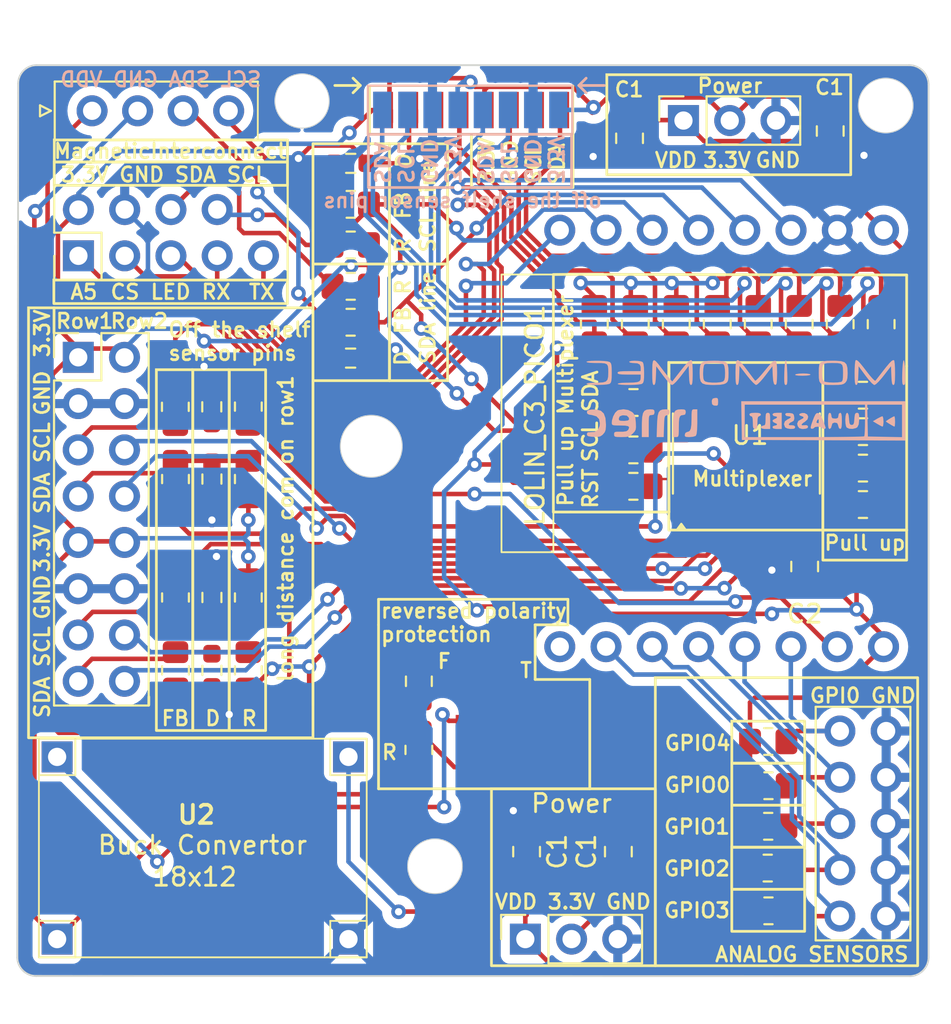
<source format=kicad_pcb>
(kicad_pcb (version 20240108) (generator "pcbnew") (generator_version "8.0")
  (layers (0 "F.Cu" signal) (31 "B.Cu" signal) (34 "B.Paste" user) (35 "F.Paste" user) (36 "B.SilkS" user "B.Silkscreen") (37 "F.SilkS" user "F.Silkscreen") (38 "B.Mask" user) (39 "F.Mask" user) (44 "Edge.Cuts" user))
  (net 0 "")
  (net 1 "GND")
  (net 2 "VDD")
  (net 3 "+3.3V")
  (net 4 "/SDA")
  (net 5 "/SCL")
  (net 6 "/SPI_CS")
  (net 7 "/GPIO4_LED")
  (net 8 "/GPIO20_RX")
  (net 9 "/GPIO21_TX")
  (net 10 "Net-(J1-Pin_4)")
  (net 11 "Net-(J1-Pin_2)")
  (net 12 "Net-(J1-Pin_10)")
  (net 13 "Net-(J1-Pin_6)")
  (net 14 "Net-(J1-Pin_8)")
  (net 15 "/A5")
  (net 19 "Net-(U1-~{RESET})")
  (net 20 "Net-(T1-D)")
  (net 21 "VDD_12V")
  (net 22 "GND_12V")
  (net 23 "Net-(D5-A2)")
  (net 24 "Net-(D6-A2)")
  (net 25 "Net-(J4-Pin_6)")
  (net 26 "Net-(J4-Pin_14)")
  (net 27 "Net-(J4-Pin_16)")
  (net 29 "Net-(J4-Pin_8)")
  (net 30 "Net-(J2-Pin_8)")
  (net 31 "Net-(J2-Pin_7)")
  (net 32 "Net-(D1-A2)")
  (net 33 "Net-(D2-A2)")
  (net 34 "Net-(D3-A2)")
  (net 35 "Net-(D4-A2)")
  (net 36 "Net-(J3-Pin_7)")
  (net 37 "Net-(U1-SC0)")
  (net 38 "Net-(U1-SD0)")
  (net 39 "Net-(J3-Pin_8)")
  (net 40 "Net-(J3-Pin_4)")
  (net 41 "Net-(J3-Pin_3)")
  (net 42 "Net-(J2-Pin_4)")
  (net 43 "Net-(J2-Pin_3)")
  (net 44 "Net-(U1-SD2)")
  (net 45 "Net-(U1-SC2)")
  (net 46 "Net-(T1-G)")
  (net 47 "Net-(T1-S)")
  (footprint "Resistor_SMD:R_0805_2012Metric_Pad1.20x1.40mm_HandSolder" (layer "F.Cu") (at 219.771616 100.351675 180)
    (property "Reference" "R16" (hide yes))
    (property "Value" "R")
  )
  (footprint "Resistor_SMD:R_0805_2012Metric_Pad1.20x1.40mm_HandSolder" (layer "F.Cu") (at 226 70.5 -90)
    (property "Reference" "R25" (hide yes))
    (property "Value" "R")
  )
  (footprint "Resistor_SMD:R_0805_2012Metric_Pad1.20x1.40mm_HandSolder" (layer "F.Cu") (at 191.25 75.025159 -90)
    (property "Reference" "R8" (hide yes))
    (property "Value" "R")
  )
  (footprint "Connector_PinHeader_2.54mm:PinHeader_2x05_P2.54mm_Vertical" (layer "F.Cu") (at 226.275 102.99 180)
    (property "Reference" "J1" (hide yes))
    (property "Value" "Conn_01x06")
  )
  (footprint "Resistor_SMD:R_0805_2012Metric_Pad1.20x1.40mm_HandSolder" (layer "F.Cu") (at 219.811509 102.6981 180)
    (property "Reference" "R17" (hide yes))
    (property "Value" "R")
  )
  (footprint "Resistor_SMD:R_0805_2012Metric_Pad1.20x1.40mm_HandSolder" (layer "F.Cu") (at 212.4 74.8)
    (property "Reference" "R4" (hide yes))
    (property "Value" "R")
  )
  (footprint "Resistor_SMD:R_0805_2012Metric_Pad1.20x1.40mm_HandSolder" (layer "F.Cu") (at 221.5 70.5 -90)
    (property "Reference" "R27" (hide yes))
    (property "Value" "R")
  )
  (footprint "Resistor_SMD:R_0603_1608Metric_Pad0.98x0.95mm_HandSolder" (layer "F.Cu") (at 189.25 89.5 90)
    (property "Reference" "D5" (hide yes))
    (property "Value" "TVS Diode 824012823")
  )
  (footprint "Resistor_SMD:R_0805_2012Metric_Pad1.20x1.40mm_HandSolder" (layer "F.Cu") (at 225 76.4 180)
    (property "Reference" "R10" (hide yes))
    (property "Value" "R")
  )
  (footprint "Resistor_SMD:R_0805_2012Metric_Pad1.20x1.40mm_HandSolder" (layer "F.Cu") (at 196.872552 66.152898)
    (property "Reference" "R")
    (property "Value" "R")
  )
  (footprint "DEBO DCDC DOWN 4:DEBO DCDC DOWN 4" (layer "F.Cu") (at 188.75 97.25)
    (property "Reference" "U2")
    (property "Value" "DEBO DCDC DOWN 4")
  )
  (footprint "Package_SO:TSSOP-24_4.4x7.8mm_P0.65mm" (layer "F.Cu") (at 218.6 77.6 90)
    (property "Reference" "U1")
    (property "Value" "TCA9548APWR")
  )
  (footprint "Resistor_SMD:R_0805_2012Metric_Pad1.20x1.40mm_HandSolder" (layer "F.Cu") (at 217 70.5 -90)
    (property "Reference" "R21" (hide yes))
    (property "Value" "R")
  )
  (footprint "Resistor_SMD:R_0805_2012Metric_Pad1.20x1.40mm_HandSolder" (layer "F.Cu") (at 225 78.4 180)
    (property "Reference" "R18" (hide yes))
    (property "Value" "R")
  )
  (footprint "Connector_PinHeader_2.54mm:PinHeader_2x05_P2.54mm_Vertical" (layer "F.Cu") (at 181.92 66.75 90)
    (property "Reference" "J4-OffTheShelf-Digital1" (hide yes))
    (property "Value" "Conn_02x06_Counter_Clockwise")
  )
  (footprint "Resistor_SMD:R_0805_2012Metric_Pad1.20x1.40mm_HandSolder" (layer "F.Cu") (at 223.75 70.5 -90)
    (property "Reference" "R24" (hide yes))
    (property "Value" "R")
  )
  (footprint "Resistor_SMD:R_0805_2012Metric_Pad1.20x1.40mm_HandSolder" (layer "F.Cu") (at 212.5 70.5 -90)
    (property "Reference" "R23" (hide yes))
    (property "Value" "R")
  )
  (footprint "Connector_JST:JST_VH_B4P-VH-B_1x04_P3.96mm_Vertical" (layer "F.Cu") (at 182.67 58.79)
    (property "Reference" "MagneticInterconnect")
    (property "Value" "Conn_01x08")
  )
  (footprint "Connector_PinSocket_2.54mm:PinSocket_1x03_P2.54mm_Vertical" (layer "F.Cu") (at 206.46 104.25 90)
    (property "Reference" "Power")
    (property "Value" "Conn_01x03")
  )
  (footprint "Resistor_SMD:R_0805_2012Metric_Pad1.20x1.40mm_HandSolder" (layer "F.Cu") (at 225 74.4 180)
    (property "Reference" "R9" (hide yes))
    (property "Value" "R")
  )
  (footprint "Resistor_SMD:R_0805_2012Metric_Pad1.20x1.40mm_HandSolder" (layer "F.Cu") (at 219.25 70.5 -90)
    (property "Reference" "R26" (hide yes))
    (property "Value" "R")
  )
  (footprint "Resistor_SMD:R_0603_1608Metric_Pad0.98x0.95mm_HandSolder" (layer "F.Cu") (at 196.866949 72.363 180)
    (property "Reference" "D2" (hide yes))
    (property "Value" "TVS Diode 824012823")
  )
  (footprint "Resistor_SMD:R_0805_2012Metric_Pad1.20x1.40mm_HandSolder" (layer "F.Cu") (at 191.25 79 90)
    (property "Reference" "R7" (hide yes))
    (property "Value" "R")
  )
  (footprint "Connector_PinHeader_2.54mm:PinHeader_2x08_P2.54mm_Vertical" (layer "F.Cu") (at 181.91 72.32)
    (property "Reference" "J4" (hide yes))
    (property "Value" "Conn_01x06" (hide yes))
  )
  (footprint "Capacitor_SMD:C_0805_2012Metric_Pad1.18x1.45mm_HandSolder" (layer "F.Cu") (at 212.184817 60.299576 90)
    (property "Reference" "C1")
    (property "Value" "C_Small")
  )
  (footprint "Resistor_SMD:R_0805_2012Metric_Pad1.20x1.40mm_HandSolder" (layer "F.Cu") (at 219.811509 95.832038 180)
    (property "Reference" "R14" (hide yes))
    (property "Value" "R" (hide yes))
  )
  (footprint "Library-TRANS:PG-TDSON-8" (layer "F.Cu") (at 206.061547 92.905 -90)
    (property "Reference" "T")
    (property "Value" "BSC320N20NS3_G" (hide yes))
  )
  (footprint "Resistor_SMD:R_0805_2012Metric_Pad1.20x1.40mm_HandSolder" (layer "F.Cu") (at 196.866949 70.395157 180)
    (property "Reference" "FB")
    (property "Value" "FerriteBead")
  )
  (footprint "Resistor_SMD:R_0805_2012Metric_Pad1.20x1.40mm_HandSolder" (layer "F.Cu") (at 196.872552 68.424265)
    (property "Reference" "R")
    (property "Value" "R")
  )
  (footprint "Capacitor_SMD:C_0805_2012Metric_Pad1.18x1.45mm_HandSolder" (layer "F.Cu") (at 206.53 99.45 -90)
    (property "Reference" "C1")
    (property "Value" "C_Small")
  )
  (footprint "Resistor_SMD:R_0603_1608Metric_Pad0.98x0.95mm_HandSolder" (layer "F.Cu") (at 189.242528 75.036579 -90)
    (property "Reference" "D3" (hide yes))
    (property "Value" "TVS Diode 824012823")
  )
  (footprint "Resistor_SMD:R_0603_1608Metric_Pad0.98x0.95mm_HandSolder" (layer "F.Cu") (at 189.25 79 90)
    (property "Reference" "D4" (hide yes))
    (property "Value" "TVS Diode 824012823")
  )
  (footprint "Resistor_SMD:R_0805_2012Metric_Pad1.20x1.40mm_HandSolder" (layer "F.Cu") (at 219.798693 93.404591 180)
    (property "Reference" "R13" (hide yes))
    (property "Value" "R" (hide yes))
  )
  (footprint "Resistor_SMD:R_0603_1608Metric_Pad0.98x0.95mm_HandSolder" (layer "F.Cu") (at 196.872552 61.674265 180)
    (property "Reference" "D1" (hide yes))
    (property "Value" "TVS Diode 824012823")
  )
  (footprint "Resistor_SMD:R_0805_2012Metric_Pad1.20x1.40mm_HandSolder" (layer "F.Cu") (at 219.79828 98.058578 180)
    (property "Reference" "R15" (hide yes))
    (property "Value" "R" (hide yes))
  )
  (footprint "Resistor_SMD:R_0805_2012Metric_Pad1.20x1.40mm_HandSolder" (layer "F.Cu") (at 187.25 89.5 90)
    (property "Reference" "FB5" (hide yes))
    (property "Value" "FerriteBead")
  )
  (footprint "Resistor_SMD:R_0805_2012Metric_Pad1.20x1.40mm_HandSolder" (layer "F.Cu") (at 187.25 85.5 -90)
    (property "Reference" "FB6" (hide yes))
    (property "Value" "FerriteBead")
  )
  (footprint "User:LOLIN_C3_PICO_1.0.0" (layer "F.Cu") (at 218.511923 75.501844 90)
    (property "Reference" "LOLIN_C3_PICO1")
    (property "Value" "~" (hide yes))
  )
  (footprint "Capacitor_SMD:C_0805_2012Metric_Pad1.18x1.45mm_HandSolder" (layer "F.Cu") (at 223.202941 59.899576 90)
    (property "Reference" "C1")
    (property "Value" "C_Small")
  )
  (footprint "Resistor_SMD:R_0805_2012Metric_Pad1.20x1.40mm_HandSolder" (layer "F.Cu") (at 212.394659 77.4)
    (property "Reference" "R1" (hide yes))
    (property "Value" "R")
  )
  (footprint "Resistor_SMD:R_0805_2012Metric_Pad1.20x1.40mm_HandSolder" (layer "F.Cu") (at 200.614669 93.865984 -90)
    (property "Reference" "R")
    (property "Value" "R")
  )
  (footprint "Resistor_SMD:R_0805_2012Metric_Pad1.20x1.40mm_HandSolder" (layer "F.Cu") (at 191.25 89.5 90)
    (property "Reference" "R11" (hide yes))
    (property "Value" "R")
  )
  (footprint "Resistor_SMD:R_0805_2012Metric_Pad1.20x1.40mm_HandSolder" (layer "F.Cu") (at 187.25 79 90)
    (property "Reference" "FB4" (hide yes))
    (property "Value" "FerriteBead")
  )
  (footprint "Resistor_SMD:R_0805_2012Metric_Pad1.20x1.40mm_HandSolder" (layer "F.Cu") (at 191.25 85.5 -90)
    (property "Reference" "R12" (hide yes))
    (property "Value" "R")
  )
  (footprint "Resistor_SMD:R_0805_2012Metric_Pad1.20x1.40mm_HandSolder" (layer "F.Cu") (at 225 80.4 180)
    (property "Reference" "R19" (hide yes))
    (property "Value" "R")
  )
  (footprint "Connector_PinSocket_2.54mm:PinSocket_1x03_P2.54mm_Vertical" (layer "F.Cu") (at 215.144817 59.324976 90)
    (property "Reference" "Power")
    (property "Value" "Conn_01x03")
  )
  (footprint "Resistor_SMD:R_0805_2012Metric_Pad1.20x1.40mm_HandSolder" (layer "F.Cu") (at 187.242528 75.036579 -90)
    (property "Reference" "FB3" (hide yes))
    (property "Value" "FerriteBead")
  )
  (footprint "Connector_PinHeader_2.54mm:PinHeader_1x08_P2.54mm_Vertical" (layer "F.Cu") (at 197.218572 58.75 90)
    (property "Reference" "J3" (hide yes))
    (property "Value" "Conn_01x06")
  )
  (footprint "Resistor_SMD:R_0805_2012Metric_Pad1.20x1.40mm_HandSolder" (layer "F.Cu") (at 196.872552 63.924265)
    (property "Reference" "FB")
    (property "Value" "FerriteBead")
  )
  (footprint "Capacitor_SMD:C_0805_2012Metric_Pad1.18x1.45mm_HandSolder" (layer "F.Cu") (at 221.8 83.8 90)
    (property "Reference" "C2")
    (property "Value" "C_Small")
  )
  (footprint "Resistor_SMD:R_0805_2012Metric_Pad1.20x1.40mm_HandSolder" (layer "F.Cu") (at 210.25 70.5 -90)
    (property "Reference" "R22" (hide yes))
    (property "Value" "R")
  )
  (footprint "Resistor_SMD:R_0603_1608Metric_Pad0.98x0.95mm_HandSolder" (layer "F.Cu") (at 189.25 85.5 -90)
    (property "Reference" "D6" (hide yes))
    (property "Value" "TVS Diode 824012823")
  )
  (footprint "Fuse:Fuse_0805_2012Metric_Pad1.15x1.40mm_HandSolder" (layer "F.Cu") (at 200.614669 90.099046 -90)
    (property "Reference" "F")
    (property "Value" "Fuse")
  )
  (footprint "Resistor_SMD:R_0805_2012Metric_Pad1.20x1.40mm_HandSolder" (layer "F.Cu") (at 212.394659 79.4)
    (property "Reference" "R5" (hide yes))
    (property "Value" "R")
  )
  (footprint "Capacitor_SMD:C_0805_2012Metric_Pad1.18x1.45mm_HandSolder" (layer "F.Cu") (at 211.57 99.45 -90)
    (property "Reference" "C1")
    (property "Value" "C_Small")
  )
  (footprint "Resistor_SMD:R_0805_2012Metric_Pad1.20x1.40mm_HandSolder" (layer "F.Cu") (at 214.75 70.5 -90)
    (property "Reference" "R20" (hide yes))
    (property "Value" "R")
  )
  (footprint "Connector_PinHeader_2.54mm:PinHeader_1x08_P2.54mm_Vertical" (layer "B.Cu") (at 209.54 58.741484 90)
    (property "Reference" "J2" (hide yes))
    (property "Value" "Conn_01x06")
  )
  (footprint "LOGO" (layer "B.Cu") (at 218.572449 74.665089 180)
    (property "Reference" "G***" (hide yes))
    (property "Value" "LOGO" (hide yes))
  )
  (gr_rect (start 197.841577 60.078166) (end 209 63) (stroke (width 0.15)) (fill none) (layer "B.SilkS"))
  (gr_line (start 209.8 57) (end 209.4 57.4) (stroke (width 0.15)) (layer "B.SilkS"))
  (gr_line (start 209.4 57.4) (end 210.8 57.4) (stroke (width 0.15)) (layer "B.SilkS"))
  (gr_line (start 209.4 57.4) (end 209.8 57.8) (stroke (width 0.15)) (layer "B.SilkS"))
  (gr_line (start 208.001092 67.775278) (end 208 80.811168) (stroke (width 0.15)) (layer "F.SilkS"))
  (gr_rect (start 217.798693 101.512864) (end 221.798693 103.823313) (stroke (width 0.15)) (fill none) (layer "F.SilkS"))
  (gr_line (start 222.8 72.8) (end 222.8 72.6) (stroke (width 0.15)) (layer "F.SilkS"))
  (gr_rect (start 180.59 61.6) (end 193.4 62.88) (stroke (width 0.15)) (fill none) (layer "F.SilkS"))
  (gr_rect (start 217.798693 96.897711) (end 221.798693 99.20816) (stroke (width 0.15)) (fill none) (layer "F.SilkS"))
  (gr_line (start 194.8 73.6) (end 199 73.6) (stroke (width 0.15)) (layer "F.SilkS"))
  (gr_line (start 208.944659 80.811722) (end 208 80.811168) (stroke (width 0.15)) (layer "F.SilkS"))
  (gr_line (start 196 57.4) (end 197.4 57.4) (stroke (width 0.15)) (layer "F.SilkS"))
  (gr_rect (start 210.934817 56.809386) (end 224.329991 62.299576) (stroke (width 0.15)) (fill none) (layer "F.SilkS"))
  (gr_line (start 208.8 85.6) (end 208.8 87) (stroke (width 0.15)) (layer "F.SilkS"))
  (gr_line (start 207 90) (end 210 90) (stroke (width 0.15)) (layer "F.SilkS"))
  (gr_line (start 194.8 67.2) (end 194.8 73) (stroke (width 0.15)) (layer "F.SilkS"))
  (gr_line (start 208.943262 67.764539) (end 208.001092 67.775278) (stroke (width 0.15)) (layer "F.SilkS"))
  (gr_line (start 194.8 67.2) (end 194.8 60.6) (stroke (width 0.15)) (layer "F.SilkS"))
  (gr_rect (start 203.5 60.078166) (end 209.081195 63) (stroke (width 0.15)) (fill none) (layer "F.SilkS"))
  (gr_rect (start 204.6 96) (end 213.6 105.71) (stroke (width 0.15)) (fill none) (layer "F.SilkS"))
  (gr_line (start 194.8 83.37) (end 194.8 91.4) (stroke (width 0.15)) (layer "F.SilkS"))
  (gr_line (start 208.943262 67.764539) (end 227.4 67.8) (stroke (width 0.15)) (layer "F.SilkS"))
  (gr_line (start 197 57.8) (end 197.4 57.4) (stroke (width 0.15)) (layer "F.SilkS"))
  (gr_line (start 214.344659 73.211722) (end 214.344659 80.811722) (stroke (width 0.15)) (layer "F.SilkS"))
  (gr_line (start 205 85.6) (end 208.8 85.6) (stroke (width 0.15)) (layer "F.SilkS"))
  (gr_rect (start 179.18 69.602869) (end 194.8 93.2) (stroke (width 0.15)) (fill none) (layer "F.SilkS"))
  (gr_rect (start 190.2 73) (end 192.2 92.8) (stroke (width 0.15)) (fill none) (layer "F.SilkS"))
  (gr_line (start 199 73.6) (end 199 67.2) (stroke (width 0.15)) (layer "F.SilkS"))
  (gr_rect (start 180.570797 68.077843) (end 193.390797 69.369226) (stroke (width 0.15)) (fill none) (layer "F.SilkS"))
  (gr_line (start 207 89) (end 207 90) (stroke (width 0.15)) (layer "F.SilkS"))
  (gr_rect (start 180.595631 60.391804) (end 193.4 61.6) (stroke (width 0.15)) (fill none) (layer "F.SilkS"))
  (gr_line (start 199 67.2) (end 199 60.6) (stroke (width 0.15)) (layer "F.SilkS"))
  (gr_line (start 214.344659 80.811722) (end 208.944659 80.811722) (stroke (width 0.15)) (layer "F.SilkS"))
  (gr_line (start 210 96) (end 198.4 96) (stroke (width 0.15)) (layer "F.SilkS"))
  (gr_rect (start 199 67.2) (end 202.19 73.6) (stroke (width 0.15)) (fill none) (layer "F.SilkS"))
  (gr_line (start 208.8 87) (end 207 87) (stroke (width 0.15)) (layer "F.SilkS"))
  (gr_line (start 207 87) (end 207 87) (stroke (width 0.15)) (layer "F.SilkS"))
  (gr_line (start 180.58 70.99) (end 180.581118 69.601801) (stroke (width 0.15)) (layer "F.SilkS"))
  (gr_line (start 194.8 72.8) (end 194.8 80.968084) (stroke (width 0.15)) (layer "F.SilkS"))
  (gr_line (start 198.4 96) (end 198.4 87) (stroke (width 0.15)) (layer "F.SilkS"))
  (gr_line (start 222.8 81.8) (end 222.8 72.8) (stroke (width 0.15)) (layer "F.SilkS"))
  (gr_line (start 214.344659 73.211722) (end 214.343262 72.604728) (stroke (width 0.15)) (layer "F.SilkS"))
  (gr_line (start 227.4 72.8) (end 227.4 67.8) (stroke (width 0.15)) (layer "F.SilkS"))
  (gr_line (start 199 67.2) (end 194.8 67.2) (stroke (width 0.15)) (layer "F.SilkS"))
  (gr_rect (start 186.2 73) (end 188.2 92.8) (stroke (width 0.15)) (fill none) (layer "F.SilkS"))
  (gr_line (start 194.8 60.6) (end 199 60.6) (stroke (width 0.15)) (layer "F.SilkS"))
  (gr_rect (start 217.8 92.289551) (end 221.8 94.6) (stroke (width 0.15)) (fill none) (layer "F.SilkS"))
  (gr_line (start 207 87) (end 207 89) (stroke (width 0.15)) (layer "F.SilkS"))
  (gr_rect (start 217.794145 99.208785) (end 221.794145 101.519234) (stroke (width 0.15)) (fill none) (layer "F.SilkS"))
  (gr_line (start 227.4 72.8) (end 227.4 81.8) (stroke (width 0.15)) (layer "F.SilkS"))
  (gr_rect (start 188.2 73) (end 190.2 92.8) (stroke (width 0.15)) (fill none) (layer "F.SilkS"))
  (gr_rect (start 214.343262 72.604728) (end 222.8 81.8) (stroke (width 0.15)) (fill none) (layer "F.SilkS"))
  (gr_line (start 198.4 85.6) (end 205 85.6) (stroke (width 0.15)) (layer "F.SilkS"))
  (gr_rect (start 217.798693 94.594142) (end 221.798693 96.904591) (stroke (width 0.15)) (fill none) (layer "F.SilkS"))
  (gr_line (start 194.8 80.968084) (end 194.8 83.37) (stroke (width 0.15)) (layer "F.SilkS"))
  (gr_line (start 198.4 87) (end 198.4 85.6) (stroke (width 0.15)) (layer "F.SilkS"))
  (gr_line (start 227.4 81.8) (end 222.8 81.8) (stroke (width 0.15)) (layer "F.SilkS"))
  (gr_rect (start 199 60.6) (end 202.19 67.2) (stroke (width 0.15)) (fill none) (layer "F.SilkS"))
  (gr_line (start 185.785724 90.95) (end 185.784239 91.4) (stroke (width 0.15)) (layer "F.SilkS"))
  (gr_rect (start 213.6 89.9) (end 228.005 105.71) (stroke (width 0.15)) (fill none) (layer "F.SilkS"))
  (gr_line (start 210 90) (end 210 96) (stroke (width 0.15)) (layer "F.SilkS"))
  (gr_line (start 197.4 57.4) (end 197 57) (stroke (width 0.15)) (layer "F.SilkS"))
  (gr_rect (start 222.8 81.8) (end 227.4 83.45) (stroke (width 0.15)) (fill none) (layer "F.SilkS"))
  (gr_arc (start 178.6128 57.3024) (mid 178.910379 56.583979) (end 179.6288 56.2864) (stroke (width 0.1)) (layer "Edge.Cuts"))
  (gr_arc (start 179.6034 106.273909) (mid 178.875836 105.977726) (end 178.562001 105.2576) (stroke (width 0.1)) (layer "Edge.Cuts"))
  (gr_arc (start 228.601264 105.241224) (mid 228.305081 105.968788) (end 227.584955 106.282623) (stroke (width 0.1)) (layer "Edge.Cuts"))
  (gr_circle (center 194.199801 58.251944) (end 195.687655 58.227556) (stroke (width 0.05)) (fill none) (layer "Edge.Cuts"))
  (gr_circle (center 226.25 58.5) (end 227.75 58.5) (stroke (width 0.05)) (fill none) (layer "Edge.Cuts"))
  (gr_line (start 178.6128 57.3024) (end 178.562001 105.2576) (stroke (width 0.1)) (layer "Edge.Cuts"))
  (gr_line (start 228.601264 105.241224) (end 228.6 57.3532) (stroke (width 0.1)) (layer "Edge.Cuts"))
  (gr_arc (start 227.5332 56.2864) (mid 228.287542 56.598858) (end 228.6 57.3532) (stroke (width 0.1)) (layer "Edge.Cuts"))
  (gr_circle (center 198 77.2) (end 199.696159 77.254801) (stroke (width 0.05)) (fill none) (layer "Edge.Cuts"))
  (gr_circle (center 201.5 100.25) (end 203 100.25) (stroke (width 0.05)) (fill none) (layer "Edge.Cuts"))
  (gr_line (start 179.6034 106.273909) (end 227.584955 106.282623) (stroke (width 0.1)) (layer "Edge.Cuts"))
  (gr_line (start 227.5332 56.2864) (end 179.6288 56.2864) (stroke (width 0.1)) (layer "Edge.Cuts"))
  (gr_text "3.3V\nGND\nSCL\nSDA" (at 198.114699 62.871325 -90) (layer "B.SilkS") (effects (font (size 0.8 0.8) (thickness 0.16) (bold yes)) (justify left bottom mirror)))
  (gr_text "3.3V\nGND\nSCL\nSDA" (at 203.777416 62.871325 -90) (layer "B.SilkS") (effects (font (size 0.8 0.8) (thickness 0.16) (bold yes)) (justify left bottom mirror)))
  (gr_text "SCL SDA GND VDD\n" (at 192.049524 57.5375 0) (layer "B.SilkS") (effects (font (size 0.8 0.8) (thickness 0.15) (bold yes)) (justify left bottom mirror)))
  (gr_text "off the shelf sensor pins" (at 210.751858 64.175023 0) (layer "B.SilkS") (effects (font (size 0.8 0.8) (thickness 0.15) (bold yes)) (justify left bottom mirror)))
  (gr_text "GPIO2\n" (at 213.998693 100.848987 0) (layer "F.SilkS") (effects (font (size 0.8 0.8)) (justify left bottom)))
  (gr_text "VDD 3.3V GND\n" (at 204.711016 102.670807 0) (layer "F.SilkS") (effects (font (size 0.8 0.8) (thickness 0.15) (bold yes)) (justify left bottom)))
  (gr_text "3.3V" (at 217.534817 61.499576 0) (layer "F.SilkS") (effects (font (size 0.8 0.8))))
  (gr_text "SCL" (at 180.4 89.4 90) (layer "F.SilkS") (effects (font (size 0.8 0.8) (thickness 0.15) (bold yes)) (justify left bottom)))
  (gr_text "SCL" (at 180.4 78.2 90) (layer "F.SilkS") (effects (font (size 0.8 0.8) (thickness 0.15) (bold yes)) (justify left bottom)))
  (gr_text "SDA" (at 180.4 92.2 90) (layer "F.SilkS") (effects (font (size 0.8 0.8) (thickness 0.15) (bold yes)) (justify left bottom)))
  (gr_text "Off the shelf \nsensor pins" (at 186.781284 72.55683 0) (layer "F.SilkS") (effects (font (size 0.8 0.8) (thickness 0.15) (bold yes)) (justify left bottom)))
  (gr_text "3.3V\n" (at 180.4 84.2 90) (layer "F.SilkS") (effects (font (size 0.8 0.8) (thickness 0.15) (bold yes)) (justify left bottom)))
  (gr_text "Multiplexer" (at 215.55 79.45 0) (layer "F.SilkS") (effects (font (size 0.8 0.8) (thickness 0.15) (bold yes)) (justify left bottom)))
  (gr_text "CS" (at 183.6 69.2 0) (layer "F.SilkS") (effects (font (size 0.8 0.8) (thickness 0.15) (bold yes)) (justify left bottom)))
  (gr_text "reversed polarity \nprotection" (at 198.451028 87.990892 0) (layer "F.SilkS") (effects (font (size 0.8 0.8) (thickness 0.15) (bold yes)) (justify left bottom)))
  (gr_text "3.3V\n" (at 180.4 72.4 90) (layer "F.SilkS") (effects (font (size 0.8 0.8) (thickness 0.15) (bold yes)) (justify left bottom)))
  (gr_text "SDA" (at 210.5 75.4 90) (layer "F.SilkS") (effects (font (size 0.8 0.8) (thickness 0.15) (bold yes)) (justify left bottom)))
  (gr_text "Buck Convertor" (at 182.896171 99.67519 0) (layer "F.SilkS") (effects (font (size 1 1)) (justify left bottom)))
  (gr_text "Pull up Multiplexer\n\n" (at 210.42666 80.5833 90) (layer "F.SilkS") (effects (font (size 0.8 0.8) (thickness 0.15) (bold yes)) (justify left bottom)))
  (gr_text "TX" (at 191.2 69.2 0) (layer "F.SilkS") (effects (font (size 0.8 0.8) (thickness 0.15) (bold yes)) (justify left bottom)))
  (gr_text "SCL line" (at 201.57 66.65 90) (layer "F.SilkS") (effects (font (size 0.8 0.8) (thickness 0.15) (bold yes)) (justify left bottom)))
  (gr_text "GND\n" (at 180.4 86.8 90) (layer "F.SilkS") (effects (font (size 0.8 0.8) (thickness 0.15) (bold yes)) (justify left bottom)))
  (gr_text "A5" (at 181.4 69.2 0) (layer "F.SilkS") (effects (font (size 0.8 0.8) (thickness 0.15) (bold yes)) (justify left bottom)))
  (gr_text "GND\n" (at 180.4 75.6 90) (layer "F.SilkS") (effects (font (size 0.8 0.8) (thickness 0.15) (bold yes)) (justify left bottom)))
  (gr_text "VDD" (at 214.734817 61.499576 0) (layer "F.SilkS") (effects (font (size 0.8 0.8))))
  (gr_text "GPIO3\n" (at 213.998693 103.144142 0) (layer "F.SilkS") (effects (font (size 0.8 0.8)) (justify left bottom)))
  (gr_text "RX\n" (at 188.6 69.2 0) (layer "F.SilkS") (effects (font (size 0.8 0.8) (thickness 0.15) (bold yes)) (justify left bottom)))
  (gr_text "SDA" (at 180.4 81 90) (layer "F.SilkS") (effects (font (size 0.8 0.8) (thickness 0.15) (bold yes)) (justify left bottom)))
  (gr_text "D" (at 188.8 92.6 0) (layer "F.SilkS") (effects (font (size 0.8 0.8) (thickness 0.15) (bold yes)) (justify left bottom)))
  (gr_text "GPIO0" (at 214.030199 96.258679 0) (layer "F.SilkS") (effects (font (size 0.8 0.8)) (justify left bottom)))
  (gr_text "SDA line" (at 201.57 72.77 90) (layer "F.SilkS") (effects (font (size 0.8 0.8) (thickness 0.15) (bold yes)) (justify left bottom)))
  (gr_text "GPI0 GND" (at 222 91.355437 0) (layer "F.SilkS") (effects (font (size 0.8 0.8) (thickness 0.15) (bold yes)) (justify left bottom)))
  (gr_text "SCL" (at 210.486137 78.15 90) (layer "F.SilkS") (effects (font (size 0.8 0.8) (thickness 0.15) (bold yes)) (justify left bottom)))
  (gr_text "GPIO1\n" (at 213.998693 98.553833 0) (layer "F.SilkS") (effects (font (size 0.8 0.8)) (justify left bottom)))
  (gr_text "3.3V GND SDA SCL" (at 180.876231 62.765938 0) (layer "F.SilkS") (effects (font (size 0.8 0.8) (thickness 0.15) (bold yes)) (justify left bottom)))
  (gr_text "GND" (at 220.334817 61.499576 0) (layer "F.SilkS") (effects (font (size 0.8 0.8))))
  (gr_text "long distance com on row1\n" (at 193.771305 73.222704 90) (layer "F.SilkS") (effects (font (size 0.8 0.8) (thickness 0.15) (bold yes)) (justify right bottom)))
  (gr_text "R" (at 190.8 92.6 0) (layer "F.SilkS") (effects (font (size 0.8 0.8) (thickness 0.15) (bold yes)) (justify left bottom)))
  (gr_text "D" (at 200.261458 62.013396 90) (layer "F.SilkS") (effects (font (size 0.8 0.8) (thickness 0.15) (bold yes)) (justify left bottom)))
  (gr_text "D" (at 200.181814 72.870399 90) (layer "F.SilkS") (effects (font (size 0.8 0.8) (thickness 0.15) (bold yes)) (justify left bottom)))
  (gr_text "ANALOG SENSORS" (at 216.8 105.56 0) (layer "F.SilkS") (effects (font (size 0.8 0.8) (thickness 0.15) (bold yes)) (justify left bottom)))
  (gr_text "3.3V\nGND\nSCL\nSDA" (at 208.671244 62.928901 90) (layer "F.SilkS") (effects (font (size 0.8 0.8) (thickness 0.15) (bold yes)) (justify left bottom)))
  (gr_text "Row1" (at 180.6 70.8 0) (layer "F.SilkS") (effects (font (size 0.8 0.8) (thickness 0.15) (bold yes)) (justify left bottom)))
  (gr_text "LED" (at 185.8 69.2 0) (layer "F.SilkS") (effects (font (size 0.8 0.8) (thickness 0.15) (bold yes)) (justify left bottom)))
  (gr_text "GPIO4\n" (at 214.031506 93.963525 0) (layer "F.SilkS") (effects (font (size 0.8 0.8)) (justify left bottom)))
  (gr_text "Row2" (at 183.6 70.8 0) (layer "F.SilkS") (effects (font (size 0.8 0.8) (thickness 0.15) (bold yes)) (justify left bottom)))
  (gr_text "\nRST" (at 210.5 80.7 90) (layer "F.SilkS") (effects (font (size 0.8 0.8) (thickness 0.15) (bold yes)) (justify left bottom)))
  (gr_text "FB\n" (at 186.4 92.6 0) (layer "F.SilkS") (effects (font (size 0.8 0.8) (thickness 0.15) (bold yes)) (justify left bottom)))
  (gr_text "Pull up\n\n" (at 222.8 83.15 0) (layer "F.SilkS") (effects (font (size 0.8 0.8) (thickness 0.15) (bold yes)) (justify left)))
  (gr_text "18x12" (at 185.896171 101.42519 0) (layer "F.SilkS") (effects (font (size 1 1)) (justify left bottom)))
  (segment (start 222 81.3625) (end 222.175 81.1875) (width 0.25) (layer "F.Cu") (net 1))
  (segment (start 200.66 61.42) (end 200.074288 60.834288) (width 0.25) (layer "F.Cu") (net 1))
  (segment (start 205.8 97.2) (end 206.53 97.93) (width 0.25) (layer "F.Cu") (net 1))
  (segment (start 225.056968 61.235983) (end 223.501848 61.235983) (width 0.25) (layer "F.Cu") (net 1))
  (segment (start 200.453136 59.423372) (end 200.453136 58.75) (width 0.25) (layer "F.Cu") (net 1))
  (segment (start 189.25 80) (end 189.25 81.25) (width 0.25) (layer "F.Cu") (net 1))
  (segment (start 200.074288 60.834288) (end 200.074288 58.75) (width 0.25) (layer "F.Cu") (net 1))
  (segment (start 190.2 91.9202) (end 189.25 90.9702) (width 0.25) (layer "F.Cu") (net 1))
  (segment (start 221.2375 82.7625) (end 221.8 82.7625) (width 0.25) (layer "F.Cu") (net 1))
  (segment (start 189.242528 73.242528) (end 189.242528 74.036579) (width 0.25) (layer "F.Cu") (net 1))
  (segment (start 200.405735 61.674265) (end 197.872552 61.674265) (width 0.25) (layer "F.Cu") (net 1))
  (segment (start 200.66 61.42) (end 200.405735 61.674265) (width 0.25) (layer "F.Cu") (net 1))
  (segment (start 188.818548 72.818548) (end 189.242528 73.242528) (width 0.25) (layer "F.Cu") (net 1))
  (segment (start 205.6 58.75) (end 205.6 61) (width 0.25) (layer "F.Cu") (net 1))
  (segment (start 208.0575 98.4125) (end 211.57 98.4125) (width 0.25) (layer "F.Cu") (net 1))
  (segment (start 223.501848 61.235983) (end 223.202941 60.937076) (width 0.25) (layer "F.Cu") (net 1))
  (segment (start 189.25 83.5) (end 189.25 84.5) (width 0.25) (layer "F.Cu") (net 1))
  (segment (start 189.5 83.25) (end 189.25 83.5) (width 0.25) (layer "F.Cu") (net 1))
  (segment (start 189.25 90.9702) (end 189.25 90.5) (width 0.25) (layer "F.Cu") (net 1))
  (segment (start 199.341005 71.898995) (end 198.315735 72.924265) (width 0.25) (layer "F.Cu") (net 1))
  (segment (start 194.703135 60.696865) (end 196.895152 60.696865) (width 0.25) (layer "F.Cu") (net 1))
  (segment (start 208.0575 98.4125) (end 206.53 98.4125) (width 0.25) (layer "F.Cu") (net 1))
  (segment (start 220 84) (end 221.2375 82.7625) (width 0.25) (layer "F.Cu") (net 1))
  (segment (start 196.895152 60.696865) (end 197.872552 61.674265) (width 0.25) (layer "F.Cu") (net 1))
  (segment (start 206.53 97.93) (end 206.53 98.4125) (width 0.25) (layer "F.Cu") (net 1))
  (segment (start 222 82.3625) (end 222 81.3625) (width 0.25) (layer "F.Cu") (net 1))
  (segment (start 210.222317 61.337076) (end 210.184817 61.299576) (width 0.25) (layer "F.Cu") (net 1))
  (segment (start 198.315735 72.924265) (end 197.872552 72.924265) (width 0.25) (layer "F.Cu") (net 1))
  (segment (start 205.6 61) (end 205.8 61.2) (width 0.25) (layer "F.Cu") (net 1))
  (segment (start 212.184817 61.337076) (end 210.222317 61.337076) (width 0.25) (layer "F.Cu") (net 1))
  (segment (start 194 61.4) (end 194.703135 60.696865) (width 0.25) (layer "F.Cu") (net 1))
  (via (at 220 84) (size 0.8) (drill 0.4) (layers "F.Cu" "B.Cu") (net 1))
  (via (at 210.184817 61.299576) (size 0.8) (drill 0.4) (layers "F.Cu" "B.Cu") (net 1))
  (via (at 200.66 61.42) (size 0.8) (drill 0.4) (layers "F.Cu" "B.Cu") (net 1))
  (via (at 199.341005 71.898995) (size 0.8) (drill 0.4) (layers "F.Cu" "B.Cu") (net 1))
  (via (at 205.8 61.2) (size 0.8) (drill 0.4) (layers "F.Cu" "B.Cu") (net 1))
  (via (at 188.818548 72.818548) (size 0.8) (drill 0.4) (layers "F.Cu" "B.Cu") (net 1))
  (via (at 205.8 97.2) (size 0.8) (drill 0.4) (layers "F.Cu" "B.Cu") (net 1))
  (via (at 194 61.4) (size 0.8) (drill 0.4) (layers "F.Cu" "B.Cu") (net 1))
  (via (at 190.2 91.9202) (size 0.8) (drill 0.4) (layers "F.Cu" "B.Cu") (net 1))
  (via (at 189.5 83.25) (size 0.8) (drill 0.4) (layers "F.Cu" "B.Cu") (net 1))
  (via (at 189.25 81.25) (size 0.8) (drill 0.4) (layers "F.Cu" "B.Cu") (net 1))
  (via (at 225.056968 61.235983) (size 0.8) (drill 0.4) (layers "F.Cu" "B.Cu") (net 1))
  (segment (start 188.818548 72.818548) (end 188.887096 72.75) (width 0.25) (layer "B.Cu") (net 1))
  (segment (start 184.46 64.21) (end 185.737931 65.487931) (width 0.25) (layer "B.Cu") (net 1))
  (segment (start 185.737931 65.487931) (end 185.737931 68.862069) (width 0.25) (layer "B.Cu") (net 1))
  (segment (start 206.888572 58.741484) (end 206.888572 60.111428) (width 0.25) (layer "B.Cu") (net 1))
  (segment (start 206.888572 60.111428) (end 205.8 61.2) (width 0.25) (layer "B.Cu") (net 1))
  (segment (start 200.66 61.42) (end 201.36286 60.71714) (width 0.25) (layer "B.Cu") (net 1))
  (segment (start 185.737931 68.862069) (end 185 69.6) (width 0.25) (layer "B.Cu") (net 1))
  (segment (start 201.36286 60.71714) (end 201.36286 58.741484) (width 0.25) (layer "B.Cu") (net 1))
  (segment (start 221.017039 60.452376) (end 224.12317 63.558507) (width 0.25) (layer "F.Cu") (net 2))
  (segment (start 215.1846 59) (end 215.21 59.0254) (width 0.25) (layer "F.Cu") (net 2))
  (segment (start 215.144817 59.324976) (end 216.272217 60.452376) (width 0.25) (layer "F.Cu") (net 2))
  (segment (start 212.452417 59.299576) (end 215.119417 59.299576) (width 0.25) (layer "F.Cu") (net 2))
  (segment (start 216.272217 60.452376) (end 221.017039 60.452376) (width 0.25) (layer "F.Cu") (net 2))
  (segment (start 204.4425 100.4875) (end 206.53 100.4875) (width 0.25) (layer "F.Cu") (net 2))
  (segment (start 202.19 102.74) (end 204.4425 100.4875) (width 0.25) (layer "F.Cu") (net 2))
  (segment (start 224.12317 63.558507) (end 224.338507 63.558507) (width 0.25) (layer "F.Cu") (net 2))
  (segment (start 227.5 105.75) (end 207.96 105.75) (width 0.25) (layer "F.Cu") (net 2))
  (segment (start 199.51 102.74) (end 202.19 102.74) (width 0.25) (layer "F.Cu") (net 2))
  (segment (start 206.46 103) (end 206.46 104.25) (width 0.25) (layer "F.Cu") (net 2))
  (segment (start 228 67.22) (end 228 105.25) (width 0.25) (layer "F.Cu") (net 2))
  (segment (start 228 105.25) (end 227.5 105.75) (width 0.25) (layer "F.Cu") (net 2))
  (segment (start 224.338507 63.558507) (end 228 67.22) (width 0.25) (layer "F.Cu") (net 2))
  (segment (start 207.96 105.75) (end 206.46 104.25) (width 0.25) (layer "F.Cu") (net 2))
  (segment (start 199.5 102.75) (end 199.51 102.74) (width 0.25) (layer "F.Cu") (net 2))
  (segment (start 206.53 102.93) (end 206.46 103) (width 0.25) (layer "F.Cu") (net 2))
  (segment (start 206.53 100.4875) (end 206.53 102.93) (width 0.25) (layer "F.Cu") (net 2))
  (via (at 199.5 102.75) (size 0.8) (drill 0.4) (layers "F.Cu" "B.Cu") (net 2))
  (segment (start 196.75 100) (end 196.75 94.25) (width 0.25) (layer "B.Cu") (net 2))
  (segment (start 199.5 102.75) (end 196.75 100) (width 0.25) (layer "B.Cu") (net 2))
  (segment (start 208.2 71.8) (end 208.2 73.7) (width 0.25) (layer "F.Cu") (net 3))
  (segment (start 218.798693 91.261756) (end 218.798693 93.404591) (width 0.25) (layer "F.Cu") (net 3))
  (segment (start 199.2 57) (end 199 57.2) (width 0.25) (layer "F.Cu") (net 3))
  (segment (start 187.680921 93.000001) (end 187.20852 92.5276) (width 0.25) (layer "F.Cu") (net 3))
  (segment (start 219.75 68.021006) (end 219.25 68.021006) (width 0.25) (layer "F.Cu") (net 3))
  (segment (start 180.5 73.255724) (end 180.5 80.584276) (width 0.25) (layer "F.Cu") (net 3))
  (segment (start 223.3375 84.8375) (end 221.8 84.8375) (width 0.25) (layer "F.Cu") (net 3))
  (segment (start 225.606209 67.5) (end 224.75 67.5) (width 0.25) (layer "F.Cu") (net 3))
  (segment (start 221.5 69.521006) (end 221.5 68) (width 0.25) (layer "F.Cu") (net 3))
  (segment (start 197.872552 67.25) (end 196.948523 67.25) (width 0.25) (layer "F.Cu") (net 3))
  (segment (start 212.25 69.25) (end 212.5 69.5) (width 0.25) (layer "F.Cu") (net 3))
  (segment (start 220.25 67.521006) (end 219.75 68.021006) (width 0.25) (layer "F.Cu") (net 3))
  (segment (start 226 83) (end 226 82.5) (width 0.25) (layer "F.Cu") (net 3))
  (segment (start 203.441663 57.207576) (end 203.234087 57) (width 0.25) (layer "F.Cu") (net 3))
  (segment (start 212.6 73.8) (end 214.0875 73.8) (width 0.25) (layer "F.Cu") (net 3))
  (segment (start 222.4274 67.5726) (end 222 68) (width 0.25) (layer "F.Cu") (net 3))
  (segment (start 196.8 60) (end 198.05 58.75) (width 0.25) (layer "F.Cu") (net 3))
  (segment (start 203.706687 57.4726) (end 204.4 57.4726) (width 0.25) (layer "F.Cu") (net 3))
  (segment (start 226 69.5) (end 226 67.893791) (width 0.25) (layer "F.Cu") (net 3))
  (segment (start 223.437098 67.5726) (end 222.4274 67.5726) (width 0.25) (layer "F.Cu") (net 3))
  (segment (start 218.798693 93.404591) (end 218.798693 102.603958) (width 0.25) (layer "F.Cu") (net 3))
  (segment (start 223.75 67.885502) (end 223.437098 67.5726) (width 0.25) (layer "F.Cu") (net 3))
  (segment (start 180.5 92.02092) (end 180.5 83.89) (width 0.25) (layer "F.Cu") (net 3))
  (segment (start 199 58.44286) (end 198.69286 58.75) (width 0.25) (layer "F.Cu") (net 3))
  (segment (start 210.25 68.9822) (end 210.25 69.5) (width 0.25) (layer "F.Cu") (net 3))
  (segment (start 197.872552 67.25) (end 197.872552 66.152898) (width 0.25) (layer "F.Cu") (net 3))
  (segment (start 221.5 68) (end 221.5 67.881508) (width 0.25) (layer "F.Cu") (net 3))
  (segment (start 214.0875 73.8) (end 215.025 74.7375) (width 0.25) (layer "F.Cu") (net 3))
  (segment (start 216.417885 58.058044) (end 217.684817 59.324976) (width 0.25) (layer "F.Cu") (net 3))
  (segment (start 226 69.5) (end 226.5 69.5) (width 0.25) (layer "F.Cu") (net 3))
  (segment (start 191.25 73.8024) (end 191.25 74.025159) (width 0.25) (layer "F.Cu") (net 3))
  (segment (start 199.071708 59.423372) (end 199.071708 58.75) (width 0.25) (layer "F.Cu") (net 3))
  (segment (start 211.57 100.4875) (end 211.57 101.68) (width 0.25) (layer "F.Cu") (net 3))
  (segment (start 226.12 88.2) (end 223.32 91) (width 0.25) (layer "F.Cu") (net 3))
  (segment (start 209.5 75) (end 211.4 75) (width 0.25) (layer "F.Cu") (net 3))
  (segment (start 221.5 68.5) (end 221.5 68.8) (width 0.25) (layer "F.Cu") (net 3))
  (segment (start 192.558863 89.411344) (end 191.470207 90.5) (width 0.25) (layer "F.Cu") (net 3))
  (segment (start 219.25 69.5) (end 219.25 68.042011) (width 0.25) (layer "F.Cu") (net 3))
  (segment (start 219.009793 58) (end 217.684817 59.324976) (width 0.25) (layer "F.Cu") (net 3))
  (segment (start 219.060449 91) (end 218.798693 91.261756) (width 0.25) (layer "F.Cu") (net 3))
  (segment (start 180.7926 65.3374) (end 180.7926 70.716876) (width 0.25) (layer "F.Cu") (net 3))
  (segment (start 204.218572 57.654028) (end 204.4 57.4726) (width 0.25) (layer "F.Cu") (net 3))
  (segment (start 221.5 67.881508) (end 221.139498 67.521006) (width 0.25) (layer "F.Cu") (net 3))
  (segment (start 187.20852 92.5276) (end 181.00668 92.5276) (width 0.25) (layer "F.Cu") (net 3))
  (segment (start 180.7926 70.716876) (end 181.915724 71.84) (width 0.25) (layer "F.Cu") (net 3))
  (segment (start 210.976349 58.058044) (end 216.417885 58.058044) (width 0.25) (layer "F.Cu") (net 3))
  (segment (start 206.4 86.4) (end 206 86) (width 0.25) (layer "F.Cu") (net 3))
  (segment (start 223.75 69.478994) (end 223.75 67.885502) (width 0.25) (layer "F.Cu") (net 3))
  (segment (start 182.335724 82.42) (end 184.035724 82.42) (width 0.25) (layer "F.Cu") (net 3))
  (segment (start 221.5 68) (end 222 68) (width 0.25) (layer "F.Cu") (net 3))
  (segment (start 208.2 73.7) (end 209.5 75) (width 0.25) (layer "F.Cu") (net 3))
  (segment (start 226.12 87.62) (end 226.12 88.2) (width 0.25) (layer "F.Cu") (net 3))
  (segment (start 223.202941 58.862076) (end 222.340865 58) (width 0.25) (layer "F.Cu") (net 3))
  (segment (start 218.798693 102.603958) (end 213.686458 102.603958) (width 0.25) (layer "F.Cu") (net 3))
  (segment (start 180.5 83.89) (end 181.915724 82.474276) (width 0.25) (layer "F.Cu") (net 3))
  (segment (start 209.0726 57.4726) (end 204.4 57.4726) (width 0.25) (layer "F.Cu") (net 3))
  (segment (start 224.65 86.15) (end 223.3375 84.8375) (width 0.25) (layer "F.Cu") (net 3))
  (segment (start 205.25 85.25) (end 206 86) (width 0.25) (layer "F.Cu") (net 3))
  (segment (start 181.915724 82.474276) (end 181.915724 82) (width 0.25) (layer "F.Cu") (net 3))
  (segment (start 204 86) (end 206 86) (width 0.25) (layer "F.Cu") (net 3))
  (segment (start 226.5 69.5) (end 227.2 70.2) (width 0.25) (layer "F.Cu") (net 3))
  (segment (start 227.2 73.2) (end 226 74.4) (width 0.25) (layer "F.Cu") (net 3))
  (segment (start 198.630848 85.25) (end 205.25 85.25) (width 0.25) (layer "F.Cu") (net 3))
  (segment (start 194.589361 89.291487) (end 194.589361 91.479719) (width 0.25) (layer "F.Cu") (net 3))
  (segment (start 181.915724 71.84) (end 184.455724 71.84) (width 0.25) (layer "F.Cu") (net 3))
  (segment (start 224.25 69) (end 223.75 69.5) (width 0.25) (layer "F.Cu") (net 3))
  (segment (start 193.06908 93) (end 187.680921 93.000001) (width 0.25) (layer "F.Cu") (net 3))
  (segment (start 204.8 78.2) (end 205.8 79.2) (width 0.25) (layer "F.Cu") (net 3))
  (segment (start 216.9822 68) (end 217.5 68) (width 0.25) (layer "F.Cu") (net 3))
  (segment (start 226 82.75) (end 226 78) (width 0.25) (layer "F.Cu") (net 3))
  (segment (start 218.707989 67.5) (end 218 67.5) (width 0.25) (layer "F.Cu") (net 3))
  (segment (start 191.25 83.0798) (end 191.25 84.5) (width 0.25) (layer "F.Cu") (net 3))
  (segment (start 227.2 70.2) (end 227.2 73.2) (width 0.25) (layer "F.Cu") (net 3))
  (segment (start 222.340865 58) (end 219.009793 58) (width 0.25) (layer "F.Cu") (net 3))
  (segment (start 214.75 68.25) (end 214.5 68) (width 0.25) (layer "F.Cu") (net 3))
  (segment (start 224.65 84.35) (end 226 83) (width 0.25) (layer "F.Cu") (net 3))
  (segment (start 210.2 58.6) (end 209.0726 57.4726) (width 0.25) (layer "F.Cu") (net 3))
  (segment (start 198.05 58.75) (end 198.69286 58.75) (width 0.25) (layer "F.Cu") (net 3))
  (segment (start 219.25 68.042011) (end 218.707989 67.5) (width 0.25) (layer "F.Cu") (net 3))
  (segment (start 209.5 68.2322) (end 210.25 68.9822) (width 0.25) (layer "F.Cu") (net 3))
  (segment (start 211.394659 79.111722) (end 211.394659 76.861722) (width 0.25) (layer "F.Cu") (net 3))
  (segment (start 212.25 68) (end 212.25 69.25) (width 0.25) (layer "F.Cu") (net 3))
  (segment (start 204.218572 58.75) (end 204.218572 57.654028) (width 0.25) (layer "F.Cu") (net 3))
  (segment (start 184.035724 82.42) (end 184.455724 82) (width 0.25) (layer "F.Cu") (net 3))
  (segment (start 217.5 68) (end 217.5 69) (width 0.25) (layer "F.Cu") (net 3))
  (segment (start 203.8 86.2) (end 204 86) (width 0.25) (layer "F.Cu") (net 3))
  (segment (start 205.8 79.2) (end 211.306381 79.2) (width 0.25) (layer "F.Cu") (net 3))
  (segment (start 213.686458 102.603958) (end 211.57 100.4875) (width 0.25) (layer "F.Cu") (net 3))
  (segment (start 210.134817 58.899576) (end 210.976349 58.058044) (width 0.25) (layer "F.Cu") (net 3))
  (segment (start 203.234087 57) (end 199.2 57) (width 0.25) (layer "F.Cu") (net 3))
  (segment (start 196.948523 67.25) (end 196.88979 67.308733) (width 0.25) (layer "F.Cu") (net 3))
  (segment (start 199 57.2) (end 199 58.44286) (width 0.25) (layer "F.Cu") (net 3))
  (segment (start 191.25 81.25) (end 191.25 80) (width 0.25) (layer "F.Cu") (net 3))
  (segment (start 224.25 68) (end 223.75 68) (width 0.25) (layer "F.Cu") (net 3))
  (segment (start 220 86.4) (end 206.4 86.4) (width 0.25) (layer "F.Cu") (net 3))
  (segment (start 226 67.893791) (end 225.606209 67.5) (width 0.25) (layer "F.Cu") (net 3))
  (segment (start 180.5 80.584276) (end 181.915724 82) (width 0.25) (layer "F.Cu") (net 3))
  (segment (start 181.92 64.21) (end 180.7926 65.3374) (width 0.25) (layer "F.Cu") (net 3))
  (segment (start 224.65 86.15) (end 226.12 87.62) (width 0.25) (layer "F.Cu") (net 3))
  (segment (start 216.75 68.2322) (end 216.9822 68) (width 0.25) (layer "F.Cu") (net 3))
  (segment (start 188.875 71.4274) (end 191.25 73.8024) (width 0.25) (layer "F.Cu") (net 3))
  (segment (start 194.589361 91.479719) (end 193.06908 93) (width 0.25) (layer "F.Cu") (net 3))
  (segment (start 203.5 78.2) (end 204.8 78.2) (width 0.25) (layer "F.Cu") (net 3))
  (segment (start 224.75 67.5) (end 224.25 68) (width 0.25) (layer "F.Cu") (net 3))
  (segment (start 191.470207 90.5) (end 191.25 90.5) (width 0.25) (layer "F.Cu") (net 3))
  (segment (start 203.441663 57.207576) (end 203.706687 57.4726) (width 0.25) (layer "F.Cu") (net 3))
  (segment (start 226 78) (end 226 76) (width 0.25) (layer "F.Cu") (net 3))
  (segment (start 211.306381 79.2) (end 211.394659 79.111722) (width 0.25) (layer "F.Cu") (net 3))
  (segment (start 223.32 91) (end 219.060449 91) (width 0.25) (layer "F.Cu") (net 3))
  (segment (start 214.75 69.5) (end 214.75 68.25) (width 0.25) (layer "F.Cu") (net 3))
  (segment (start 181.915724 71.84) (end 180.5 73.255724) (width 0.25) (layer "F.Cu") (net 3))
  (segment (start 181.00668 92.5276) (end 180.5 92.02092) (width 0.25) (layer "F.Cu") (net 3))
  (segment (start 197.872552 68.424265) (end 197.872552 67.25) (width 0.25) (layer "F.Cu") (net 3))
  (segment (start 181.915724 82) (end 182.335724 82.42) (width 0.25) (layer "F.Cu") (net 3))
  (segment (start 194.589361 89.291487) (end 198.630848 85.25) (width 0.25) (layer "F.Cu") (net 3))
  (segment (start 211.57 101.68) (end 209 104.25) (width 0.25) (layer "F.Cu") (net 3))
  (segment (start 211.4 75) (end 212.6 73.8) (width 0.25) (layer "F.Cu") (net 3))
  (segment (start 218 67.5) (end 217.5 68) (width 0.25) (layer "F.Cu") (net 3))
  (segment (start 219.25 68.792011) (end 219.25 69.5) (width 0.25) (layer "F.Cu") (net 3))
  (segment (start 221.139498 67.521006) (end 220.25 67.521006) (width 0.25) (layer "F.Cu") (net 3))
  (segment (start 224.65 86.15) (end 224.65 84.35) (width 0.25) (layer "F.Cu") (net 3))
  (segment (start 226 76.4) (end 226 74.4) (width 0.25) (layer "F.Cu") (net 3))
  (via (at 188.818548 71.4274) (size 0.8) (drill 0.4) (layers "F.Cu" "B.Cu") (net 3))
  (via (at 203.441663 57.207576) (size 0.8) (drill 0.4) (layers "F.Cu" "B.Cu") (net 3))
  (via (at 203.8 86.2) (size 0.8) (drill 0.4) (layers "F.Cu" "B.Cu") (net 3))
  (via (at 210.2 58.6) (size 0.8) (drill 0.4) (layers "F.Cu" "B.Cu") (net 3))
  (via (at 192.558863 89.411344) (size 0.8) (drill 0.4) (layers "F.Cu" "B.Cu") (net 3))
  (via (at 208.2 71.8) (size 0.8) (drill 0.4) (layers "F.Cu" "B.Cu") (net 3))
  (via (at 203.6774 78.2) (size 0.8) (drill 0.4) (layers "F.Cu" "B.Cu") (net 3))
  (via (at 216.75 68.2322) (size 0.8) (drill 0.4) (layers "F.Cu" "B.Cu") (net 3))
  (via (at 209.5 68.2322) (size 0.8) (drill 0.4) (layers "F.Cu" "B.Cu") (net 3))
  (via (at 224.65 86.15) (size 0.8) (drill 0.4) (layers "F.Cu" "B.Cu") (net 3))
  (via (at 220 86.4) (size 0.8) (drill 0.4) (layers "F.Cu" "B.Cu") (net 3))
  (via (at 214.5 68.2322) (size 0.8) (drill 0.4) (layers "F.Cu" "B.Cu") (net 3))
  (via (at 194.589361 89.291487) (size 0.8) (drill 0.4) (layers "F.Cu" "B.Cu") (net 3))
  (via (at 191.25 81.25) (size 0.8) (drill 0.4) (layers "F.Cu" "B.Cu") (net 3))
  (via (at 212.25 68.2322) (size 0.8) (drill 0.4) (layers "F.Cu" "B.Cu") (net 3))
  (via (at 196.8 60) (size 0.8) (drill 0.4) (layers "F.Cu" "B.Cu") (net 3))
  (via (at 196.88979 67.308733) (size 0.8) (drill 0.4) (layers "F.Cu" "B.Cu") (net 3))
  (via (at 191.25 83.25) (size 0.8) (drill 0.4) (layers "F.Cu" "B.Cu") (net 3))
  (segment (start 196.450969 67.308733) (end 196.88979 67.308733) (width 0.25) (layer "B.Cu") (net 3))
  (segment (start 191 82.25) (end 184.705724 82.25) (width 0.25) (layer "B.Cu") (net 3))
  (segment (start 203.6774 78.0226) (end 203.6774 77.5226) (width 0.25) (layer "B.Cu") (net 3))
  (segment (start 191.25 82.5) (end 191 82.25) (width 0.25) (layer "B.Cu") (net 3))
  (segment (start 210.058516 58.741484) (end 210.2 58.6) (width 0.25) (layer "B.Cu") (net 3))
  (segment (start 203.441663 57.207576) (end 203.028196 57.207576) (width 0.25) (layer "B.Cu") (net 3))
  (segment (start 188.1976 70.75) (end 185.545724 70.75) (width 0.25) (layer "B.Cu") (net 3))
  (segment (start 202 84.4) (end 202 79.7) (width 0.25) (layer "B.Cu") (net 3))
  (segment (start 192.67872 89.291487) (end 194.589361 89.291487) (width 0.25) (layer "B.Cu") (net 3))
  (segment (start 188.875 71.4274) (end 188.1976 70.75) (width 0.25) (layer "B.Cu") (net 3))
  (segment (start 196.2 60.6) (end 192.15 60.6) (width 0.25) (layer "B.Cu") (net 3))
  (segment (start 216.75 68) (end 216.5 68.25) (width 0.25) (layer "B.Cu") (net 3))
  (segment (start 203.028196 57.207576) (end 202.744288 57.491484) (width 0.25) (layer "B.Cu") (net 3))
  (segment (start 216.5 68.25) (end 209.5178 68.25) (width 0.25) (layer "B.Cu") (net 3))
  (segment (start 205.2 76) (end 205.2 74.8) (width 0.25) (layer "B.Cu") (net 3))
  (segment (start 203.8 86.2) (end 202 84.4) (width 0.25) (layer "B.Cu") (net 3))
  (segment (start 196.8 60) (end 196.2 60.6) (width 0.25) (layer "B.Cu") (net 3))
  (segment (start 191.25 83.0798) (end 191.25 82.5) (width 0.25) (layer "B.Cu") (net 3))
  (segment (start 181.92 63.33) (end 181.92 64.21) (width 0.25) (layer "B.Cu") (net 3))
  (segment (start 184.705724 82.25) (end 184.455724 82) (width 0.25) (layer "B.Cu") (net 3))
  (segment (start 185.545724 70.75) (end 184.455724 71.84) (width 0.25) (layer "B.Cu") (net 3))
  (segment (start 192.332302 71.4274) (end 196.450969 67.308733) (width 0.25) (layer "B.Cu") (net 3))
  (segment (start 220 86.4) (end 220.2 86.2) (width 0.25) (layer "B.Cu") (net 3))
  (segment (start 202 79.7) (end 203.6774 78.0226) (width 0.25) (layer "B.Cu") (net 3))
  (segment (start 208.27 58.741484) (end 210.058516 58.741484) (width 0.25) (layer "B.Cu") (net 3))
  (segment (start 184.25 61) (end 181.92 63.33) (width 0.25) (layer "B.Cu") (net 3))
  (segment (start 202.744288 57.491484) (end 202.744288 58.741484) (width 0.25) (layer "B.Cu") (net 3))
  (segment (start 210.05 58.75) (end 210.2 58.6) (width 0.25) (layer "B.Cu") (net 3))
  (segment (start 191.75 61) (end 184.25 61) (width 0.25) (layer "B.Cu") (net 3))
  (segment (start 191.25 81.25) (end 191.25 82) (width 0.25) (layer "B.Cu") (net 3))
  (segment (start 203.6774 77.5226) (end 205.2 76) (width 0.25) (layer "B.Cu") (net 3))
  (segment (start 224.6 86.2) (end 224.65 86.15) (width 0.25) (layer "B.Cu") (net 3))
  (segment (start 220.2 86.2) (end 224.6 86.2) (width 0.25) (layer "B.Cu") (net 3))
  (segment (start 188.875 71.4274) (end 192.332302 71.4274) (width 0.25) (layer "B.Cu") (net 3))
  (segment (start 191.25 82) (end 191 82.25) (width 0.25) (layer "B.Cu") (net 3))
  (segment (start 209.5178 68.25) (end 209.5 68.2322) (width 0.25) (layer "B.Cu") (net 3))
  (segment (start 192.558863 89.411344) (end 192.67872 89.291487) (width 0.25) (layer "B.Cu") (net 3))
  (segment (start 192.15 60.6) (end 191.75 61) (width 0.25) (layer "B.Cu") (net 3))
  (segment (start 205.2 74.8) (end 208.2 71.8) (width 0.25) (layer "B.Cu") (net 3))
  (segment (start 215.675 74.7375) (end 215.675 75.725) (width 0.25) (layer "F.Cu") (net 4))
  (segment (start 198.740231 70.395157) (end 197.866949 70.395157) (width 0.25) (layer "F.Cu") (net 4))
  (segment (start 200.74 70.74) (end 200.74 69.99) (width 0.25) (layer "F.Cu") (net 4))
  (segment (start 213.4 75) (end 212.537593 75.862407) (width 0.25) (layer "F.Cu") (net 4))
  (segment (start 192.948287 65.5) (end 191 65.5) (width 0.25) (layer "F.Cu") (net 4))
  (segment (start 190.75 65.25) (end 190.75 63.25) (width 0.25) (layer "F.Cu") (net 4))
  (segment (start 215.4 76) (end 214.6 76) (width 0.25) (layer "F.Cu") (net 4))
  (segment (start 197.872552 70.424265) (end 195.872552 68.424265) (width 0.25) (layer "F.Cu") (net 4))
  (segment (start 197.872552 70.674265) (end 197.872552 70.424265) (width 0.25) (layer "F.Cu") (net 4))
  (segment (start 190.25 62.75) (end 188.46 62.75) (width 0.25) (layer "F.Cu") (net 4))
  (segment (start 212.537593 75.862407) (end 205.862407 75.862407) (width 0.25) (layer "F.Cu") (net 4))
  (segment (start 195.872552 68.424265) (end 192.948287 65.5) (width 0.25) (layer "F.Cu") (net 4))
  (segment (start 191 65.5) (end 190.75 65.25) (width 0.25) (layer "F.Cu") (net 4))
  (segment (start 200.74 69.99) (end 199.942694 69.192694) (width 0.25) (layer "F.Cu") (net 4))
  (segment (start 215.675 75.725) (end 215.4 76) (width 0.25) (layer "F.Cu") (net 4))
  (segment (start 203.788123 65.347266) (end 203.788123 65.22654) (width 0.25) (layer "F.Cu") (net 4))
  (segment (start 213.6 75) (end 213.4 75) (width 0.25) (layer "F.Cu") (net 4))
  (segment (start 205.862407 75.862407) (end 203.5 73.5) (width 0.25) (layer "F.Cu") (net 4))
  (segment (start 199.942694 69.192694) (end 198.740231 70.395157) (width 0.25) (layer "F.Cu") (net 4))
  (segment (start 199.942694 69.192694) (end 203.788123 65.347266) (width 0.25) (layer "F.Cu") (net 4))
  (segment (start 214.6 76) (end 213.6 75) (width 0.25) (layer "F.Cu") (net 4))
  (segment (start 190.75 63.25) (end 190.25 62.75) (width 0.25) (layer "F.Cu") (net 4))
  (segment (start 215.675 74.761494) (end 215.675 74.1375) (width 0.25) (layer "F.Cu") (net 4))
  (segment (start 188.46 62.75) (end 187 64.21) (width 0.25) (layer "F.Cu") (net 4))
  (via (at 203.788123 65.22654) (size 0.8) (drill 0.4) (layers "F.Cu" "B.Cu") (net 4))
  (via (at 200.74 70.74) (size 0.8) (drill 0.4) (layers "F.Cu" "B.Cu") (net 4))
  (via (at 203.5 73.5) (size 0.8) (drill 0.4) (layers "F.Cu" "B.Cu") (net 4))
  (segment (start 205.606863 63.4078) (end 214.0278 63.4078) (width 0.25) (layer "B.Cu") (net 4))
  (segment (start 203.5 73.5) (end 200.74 70.74) (width 0.25) (layer "B.Cu") (net 4))
  (segment (start 203.788123 65.22654) (end 205.606863 63.4078) (width 0.25) (layer "B.Cu") (net 4))
  (segment (start 214.0278 63.4078) (end 215.96 65.34) (width 0.25) (layer "B.Cu") (net 4))
  (segment (start 213.394659 76.861722) (end 215.338278 76.861722) (width 0.25) (layer "F.Cu") (net 5))
  (segment (start 212.339338 76.344679) (end 213.394659 77.4) (width 0.25) (layer "F.Cu") (net 5))
  (segment (start 202.7 74.3) (end 204.744679 76.344679) (width 0.25) (layer "F.Cu") (net 5))
  (segment (start 202.6774 65.5) (end 202.4274 65.25) (width 0.25) (layer "F.Cu") (net 5))
  (segment (start 197.872552 64.152898) (end 197.872552 63.924265) (width 0.25) (layer "F.Cu") (net 5))
  (segment (start 199.58908 65.640793) (end 197.872552 63.924265) (width 0.25) (layer "F.Cu") (net 5))
  (segment (start 215.338278 76.861722) (end 216.325 75.875) (width 0.25) (layer "F.Cu") (net 5))
  (segment (start 216.325 75.875) (end 216.325 74.1375) (width 0.25) (layer "F.Cu") (net 5))
  (segment (start 192.758684 64.5) (end 194.411582 66.152898) (width 0.25) (layer "F.Cu") (net 5))
  (segment (start 201.375125 63.924265) (end 202.6774 65.22654) (width 0.25) (layer "F.Cu") (net 5))
  (segment (start 204.744679 76.344679) (end 212.339338 76.344679) (width 0.25) (layer "F.Cu") (net 5))
  (segment (start 195.872552 66.152898) (end 197.872552 64.152898) (width 0.25) (layer "F.Cu") (net 5))
  (segment (start 199.58908 67.39) (end 199.58908 65.640793) (width 0.25) (layer "F.Cu") (net 5))
  (segment (start 197.872552 63.924265) (end 201.375125 63.924265) (width 0.25) (layer "F.Cu") (net 5))
  (segment (start 191.75 64.5) (end 192.758684 64.5) (width 0.25) (layer "F.Cu") (net 5))
  (segment (start 194.411582 66.152898) (end 195.872552 66.152898) (width 0.25) (layer "F.Cu") (net 5))
  (via (at 202.7 74.3) (size 0.8) (drill 0.4) (layers "F.Cu" "B.Cu") (net 5))
  (via (at 191.75 64.5) (size 0.8) (drill 0.4) (layers "F.Cu" "B.Cu") (net 5))
  (via (at 202.6774 65.22654) (size 0.8) (drill 0.4) (layers "F.Cu" "B.Cu") (net 5))
  (via (at 199.58908 67.39) (size 0.8) (drill 0.4) (layers "F.Cu" "B.Cu") (net 5))
  (segment (start 189.83 64.5) (end 189.54 64.21) (width 0.25) (layer "B.Cu") (net 5))
  (segment (start 211.8902 63.8102) (end 213.42 65.34) (width 0.25) (layer "B.Cu") (net 5))
  (segment (start 206.496 63.8102) (end 211.8902 63.8102) (width 0.25) (layer "B.Cu") (net 5))
  (segment (start 199.58908 67.39) (end 199 67.97908) (width 0.25) (layer "B.Cu") (net 5))
  (segment (start 191.75 64.5) (end 189.83 64.5) (width 0.25) (layer "B.Cu") (net 5))
  (segment (start 199 67.97908) (end 199 70.6) (width 0.25) (layer "B.Cu") (net 5))
  (segment (start 204.40226 65.90394) (end 206.496 63.8102) (width 0.25) (layer "B.Cu") (net 5))
  (segment (start 203.08134 65.90394) (end 204.40226 65.90394) (width 0.25) (layer "B.Cu") (net 5))
  (segment (start 202.6774 65.5) (end 203.08134 65.90394) (width 0.25) (layer "B.Cu") (net 5))
  (segment (start 199 70.6) (end 202.7 74.3) (width 0.25) (layer "B.Cu") (net 5))
  (segment (start 205.1524 70.23484) (end 200.680038 74.707202) (width 0.25) (layer "F.Cu") (net 6))
  (segment (start 204.8904 64.432411) (end 204.8904 67.129021) (width 0.25) (layer "F.Cu") (net 6))
  (segment (start 202.75 63) (end 203.457989 63) (width 0.25) (layer "F.Cu") (net 6))
  (segment (start 185.5874 67.8774) (end 184.46 66.75) (width 0.25) (layer "F.Cu") (net 6))
  (segment (start 200.680038 74.707202) (end 194.74996 74.7072) (width 0.25) (layer "F.Cu") (net 6))
  (segment (start 205.152401 67.391022) (end 205.1524 70.23484) (width 0.25) (layer "F.Cu") (net 6))
  (segment (start 194.74996 74.7072) (end 187.92016 67.8774) (width 0.25) (layer "F.Cu") (net 6))
  (segment (start 187.92016 67.8774) (end 185.5874 67.8774) (width 0.25) (layer "F.Cu") (net 6))
  (segment (start 204.8904 67.129021) (end 205.152401 67.391022) (width 0.25) (layer "F.Cu") (net 6))
  (segment (start 203.457989 63) (end 204.8904 64.432411) (width 0.25) (layer "F.Cu") (net 6))
  (via (at 202.75 63) (size 0.8) (drill 0.4) (layers "F.Cu" "B.Cu") (net 6))
  (segment (start 203.1524 62.5976) (end 218.2976 62.5976) (width 0.25) (layer "B.Cu") (net 6))
  (segment (start 202.75 63) (end 203.1524 62.5976) (width 0.25) (layer "B.Cu") (net 6))
  (segment (start 218.2976 62.5976) (end 221.04 65.34) (width 0.25) (layer "B.Cu") (net 6))
  (segment (start 203.841312 63.952403) (end 204.488 64.599091) (width 0.25) (layer "F.Cu") (net 7))
  (segment (start 204.75 67.557701) (end 204.75 70.06816) (width 0.25) (layer "F.Cu") (net 7))
  (segment (start 204.488 64.599091) (end 204.488 67.295701) (width 0.25) (layer "F.Cu") (net 7))
  (segment (start 200.513359 74.304801) (end 194.91664 74.3048) (width 0.25) (layer "F.Cu") (net 7))
  (segment (start 194.91664 74.3048) (end 187.36184 66.75) (width 0.25) (layer "F.Cu") (net 7))
  (segment (start 187.36184 66.75) (end 187 66.75) (width 0.25) (layer "F.Cu") (net 7))
  (segment (start 202.75 63.952403) (end 203.841312 63.952403) (width 0.25) (layer "F.Cu") (net 7))
  (segment (start 204.75 70.06816) (end 200.513359 74.304801) (width 0.25) (layer "F.Cu") (net 7))
  (segment (start 204.488 67.295701) (end 204.75 67.557701) (width 0.25) (layer "F.Cu") (net 7))
  (via (at 202.75 63.952403) (size 0.8) (drill 0.4) (layers "F.Cu" "B.Cu") (net 7))
  (segment (start 203.030589 63.6774) (end 203.4274 63.280589) (width 0.25) (layer "B.Cu") (net 7))
  (segment (start 203.025003 63.6774) (end 203.030589 63.6774) (width 0.25) (layer "B.Cu") (net 7))
  (segment (start 216.16 63) (end 218.5 65.34) (width 0.25) (layer "B.Cu") (net 7))
  (segment (start 203.4274 63.275003) (end 203.702403 63) (width 0.25) (layer "B.Cu") (net 7))
  (segment (start 202.75 63.952403) (end 203.025003 63.6774) (width 0.25) (layer "B.Cu") (net 7))
  (segment (start 203.4274 63.280589) (end 203.4274 63.275003) (width 0.25) (layer "B.Cu") (net 7))
  (segment (start 203.702403 63) (end 216.16 63) (width 0.25) (layer "B.Cu") (net 7))
  (segment (start 203.823219 67.2) (end 204.176323 67.553104) (width 0.25) (layer "F.Cu") (net 8))
  (segment (start 195.08332 73.9024) (end 189.54 68.35908) (width 0.25) (layer "F.Cu") (net 8))
  (segment (start 203.2 67.2) (end 203.823219 67.2) (width 0.25) (layer "F.Cu") (net 8))
  (segment (start 200.34668 73.9024) (end 195.08332 73.9024) (width 0.25) (layer "F.Cu") (net 8))
  (segment (start 204.176323 67.553104) (end 204.176323 70.072757) (width 0.25) (layer "F.Cu") (net 8))
  (segment (start 189.54 68.35908) (end 189.54 66.75) (width 0.25) (layer "F.Cu") (net 8))
  (segment (start 204.176323 70.072757) (end 200.34668 73.9024) (width 0.25) (layer "F.Cu") (net 8))
  (via (at 203.2 67.2) (size 0.8) (drill 0.4) (layers "F.Cu" "B.Cu") (net 8))
  (segment (start 203.2 67.2) (end 204.4531 67.2) (width 0.25) (layer "B.Cu") (net 8))
  (segment (start 204.4531 67.2) (end 207.4405 64.2126) (width 0.25) (layer "B.Cu") (net 8))
  (segment (start 207.4405 64.2126) (end 209.7526 64.2126) (width 0.25) (layer "B.Cu") (net 8))
  (segment (start 209.7526 64.2126) (end 210.88 65.34) (width 0.25) (layer "B.Cu") (net 8))
  (segment (start 195.25 73.5) (end 192.08 70.33) (width 0.25) (layer "F.Cu") (net 9))
  (segment (start 203.2 68.4) (end 203.2 70.48) (width 0.25) (layer "F.Cu") (net 9))
  (segment (start 200.18 73.5) (end 195.25 73.5) (width 0.25) (layer "F.Cu") (net 9))
  (segment (start 192.08 70.33) (end 192.08 66.75) (width 0.25) (layer "F.Cu") (net 9))
  (segment (start 203.2 70.48) (end 200.18 73.5) (width 0.25) (layer "F.Cu") (net 9))
  (via (at 203.2 68.4) (size 0.8) (drill 0.4) (layers "F.Cu" "B.Cu") (net 9))
  (segment (start 203.35 68.25) (end 205.43 68.25) (width 0.25) (layer "B.Cu") (net 9))
  (segment (start 205.43 68.25) (end 208.34 65.34) (width 0.25) (layer "B.Cu") (net 9))
  (segment (start 203.2 68.4) (end 203.35 68.25) (width 0.25) (layer "B.Cu") (net 9))
  (segment (start 223.735 100.45) (end 220.869941 100.45) (width 0.25) (layer "F.Cu") (net 10))
  (segment (start 220.869941 100.45) (end 220.771616 100.351675) (width 0.25) (layer "F.Cu") (net 10))
  (segment (start 221.5 95.43092) (end 215.39648 89.3274) (width 0.25) (layer "B.Cu") (net 10))
  (segment (start 221.5 97.5) (end 221.5 95.43092) (width 0.25) (layer "B.Cu") (net 10))
  (segment (start 214.5474 89.3274) (end 213.42 88.2) (width 0.25) (layer "B.Cu") (net 10))
  (segment (start 223.735 100.45) (end 223.735 99.735) (width 0.25) (layer "B.Cu") (net 10))
  (segment (start 223.735 99.735) (end 221.5 97.5) (width 0.25) (layer "B.Cu") (net 10))
  (segment (start 215.39648 89.3274) (end 214.5474 89.3274) (width 0.25) (layer "B.Cu") (net 10))
  (segment (start 221.103409 102.99) (end 220.811509 102.6981) (width 0.25) (layer "F.Cu") (net 11))
  (segment (start 223.735 102.99) (end 221.103409 102.99) (width 0.25) (layer "F.Cu") (net 11))
  (segment (start 222.5 101.755) (end 222.5 99.06908) (width 0.25) (layer "B.Cu") (net 11))
  (segment (start 223.735 102.99) (end 222.5 101.755) (width 0.25) (layer "B.Cu") (net 11))
  (segment (start 222.5 99.06908) (end 221.0976 97.66668) (width 0.25) (layer "B.Cu") (net 11))
  (segment (start 215.2298 89.7298) (end 212.4098 89.7298) (width 0.25) (layer "B.Cu") (net 11))
  (segment (start 221.0976 95.5976) (end 215.2298 89.7298) (width 0.25) (layer "B.Cu") (net 11))
  (segment (start 212.4098 89.7298) (end 210.88 88.2) (width 0.25) (layer "B.Cu") (net 11))
  (segment (start 221.0976 97.66668) (end 221.0976 95.5976) (width 0.25) (layer "B.Cu") (net 11))
  (segment (start 223.735 92.83) (end 221.373284 92.83) (width 0.25) (layer "F.Cu") (net 12))
  (segment (start 221.373284 92.83) (end 220.798693 93.404591) (width 0.25) (layer "F.Cu") (net 12))
  (segment (start 223.735 92.83) (end 221.83 92.83) (width 0.25) (layer "B.Cu") (net 12))
  (segment (start 221.83 92.83) (end 221.04 92.04) (width 0.25) (layer "B.Cu") (net 12))
  (segment (start 221.04 92.04) (end 221.04 88.2) (width 0.25) (layer "B.Cu") (net 12))
  (segment (start 223.735 97.91) (end 220.946858 97.91) (width 0.25) (layer "F.Cu") (net 13))
  (segment (start 220.946858 97.91) (end 220.79828 98.058578) (width 0.25) (layer "F.Cu") (net 13))
  (segment (start 222 94.20408) (end 215.99592 88.2) (width 0.25) (layer "B.Cu") (net 13))
  (segment (start 223.735 97.235) (end 222.75 96.25) (width 0.25) (layer "B.Cu") (net 13))
  (segment (start 215.99592 88.2) (end 215.96 88.2) (width 0.25) (layer "B.Cu") (net 13))
  (segment (start 223.735 97.91) (end 223.735 97.235) (width 0.25) (layer "B.Cu") (net 13))
  (segment (start 222.75 96.25) (end 222.75 96.239692) (width 0.25) (layer "B.Cu") (net 13))
  (segment (start 222 95.489692) (end 222 94.20408) (width 0.25) (layer "B.Cu") (net 13))
  (segment (start 222.75 96.239692) (end 222 95.489692) (width 0.25) (layer "B.Cu") (net 13))
  (segment (start 223.735 95.37) (end 221.273547 95.37) (width 0.25) (layer "F.Cu") (net 14))
  (segment (start 221.273547 95.37) (end 220.811509 95.832038) (width 0.25) (layer "F.Cu") (net 14))
  (segment (start 223.735 95.37) (end 218.5 90.135) (width 0.25) (layer "B.Cu") (net 14))
  (segment (start 218.5 90.135) (end 218.5 88.2) (width 0.25) (layer "B.Cu") (net 14))
  (segment (start 195.64168 79.8226) (end 192.9024 77.08332) (width 0.25) (layer "F.Cu") (net 15))
  (segment (start 218.2226 85.5) (end 220.5 85.5) (width 0.25) (layer "F.Cu") (net 15))
  (segment (start 223.2 88.2) (end 223.58 88.2) (width 0.25) (layer "F.Cu") (net 15))
  (segment (start 218 85.7226) (end 218.2226 85.5) (width 0.25) (layer "F.Cu") (net 15))
  (segment (start 220.5 85.5) (end 223.2 88.2) (width 0.25) (layer "F.Cu") (net 15))
  (segment (start 188.22368 68.75) (end 183.92 68.75) (width 0.25) (layer "F.Cu") (net 15))
  (segment (start 192.9024 77.08332) (end 192.9024 73.42872) (width 0.25) (layer "F.Cu") (net 15))
  (segment (start 203.6774 79.8226) (end 195.64168 79.8226) (width 0.25) (layer "F.Cu") (net 15))
  (segment (start 183.92 68.75) (end 181.92 66.75) (width 0.25) (layer "F.Cu") (net 15))
  (segment (start 192.9024 73.42872) (end 188.22368 68.75) (width 0.25) (layer "F.Cu") (net 15))
  (via (at 218 85.7226) (size 0.8) (drill 0.4) (layers "F.Cu" "B.Cu") (net 15))
  (via (at 203.6774 79.8226) (size 0.8) (drill 0.4) (layers "F.Cu" "B.Cu") (net 15))
  (segment (start 205.6226 79.8226) (end 211.6 85.8) (width 0.25) (layer "B.Cu") (net 15))
  (segment (start 211.6 85.8) (end 217.9226 85.8) (width 0.25) (layer "B.Cu") (net 15))
  (segment (start 217.9226 85.8) (end 218 85.7226) (width 0.25) (layer "B.Cu") (net 15))
  (segment (start 203.6774 79.8226) (end 205.6226 79.8226) (width 0.25) (layer "B.Cu") (net 15))
  (segment (start 213.394659 79.4) (end 213.794659 79) (width 0.127) (layer "F.Cu") (net 19))
  (segment (start 216.325 79.325) (end 216.325 80.4625) (width 0.127) (layer "F.Cu") (net 19))
  (segment (start 213.794659 79) (end 216 79) (width 0.127) (layer "F.Cu") (net 19))
  (segment (start 216 79) (end 216.325 79.325) (width 0.127) (layer "F.Cu") (net 19))
  (segment (start 201.97249 89.766225) (end 205.32122 89.766225) (width 0.25) (layer "F.Cu") (net 20))
  (segment (start 200.614669 91.124046) (end 201.97249 89.766225) (width 0.25) (layer "F.Cu") (net 20))
  (segment (start 205.611547 90.056552) (end 205.611547 91.73) (width 0.25) (layer "F.Cu") (net 20))
  (segment (start 205.32122 89.766225) (end 205.611547 90.056552) (width 0.25) (layer "F.Cu") (net 20))
  (segment (start 182.548979 58.801394) (end 180.227587 61.122786) (width 0.25) (layer "F.Cu") (net 21))
  (segment (start 180.227587 65.572413) (end 180.0976 65.7024) (width 0.25) (layer "F.Cu") (net 21))
  (segment (start 196.19816 90.44) (end 199.248715 90.44) (width 0.25) (layer "F.Cu") (net 21))
  (segment (start 199.248715 90.44) (end 200.614669 89.074046) (width 0.25) (layer "F.Cu") (net 21))
  (segment (start 180.84 92.93) (end 187.04184 92.93) (width 0.25) (layer "F.Cu") (net 21))
  (segment (start 187.514241 93.402401) (end 193.23576 93.4024) (width 0.25) (layer "F.Cu") (net 21))
  (segment (start 187.04184 92.93) (end 187.514241 93.402401) (width 0.25) (layer "F.Cu") (net 21))
  (segment (start 180.227587 61.122786) (end 180.227587 65.572413) (width 0.25) (layer "F.Cu") (net 21))
  (segment (start 180.0976 65.7024) (end 180.0976 92.1876) (width 0.25) (layer "F.Cu") (net 21))
  (segment (start 193.23576 93.4024) (end 196.19816 90.44) (width 0.25) (layer "F.Cu") (net 21))
  (segment (start 180.0976 92.1876) (end 180.84 92.93) (width 0.25) (layer "F.Cu") (net 21))
  (segment (start 200.614669 96.090984) (end 200.614669 94.865984) (width 0.25) (layer "F.Cu") (net 22))
  (segment (start 179.5 64.350373) (end 179.5 103) (width 0.25) (layer "F.Cu") (net 22))
  (segment (start 188.7 96.3) (end 200.405653 96.3) (width 0.25) (layer "F.Cu") (net 22))
  (segment (start 179.5 103) (end 180.75 104.25) (width 0.25) (layer "F.Cu") (net 22))
  (segment (start 200.405653 96.3) (end 200.614669 96.090984) (width 0.25) (layer "F.Cu") (net 22))
  (segment (start 180.75 104.25) (end 188.7 96.3) (width 0.25) (layer "F.Cu") (net 22))
  (via (at 179.550187 64.300187) (size 0.8) (drill 0.4) (layers "F.Cu" "B.Cu") (net 22))
  (segment (start 179.550187 64.300187) (end 179.550187 64.300186) (width 0.25) (layer "B.Cu") (net 22))
  (segment (start 179.550187 64.300186) (end 185.048979 58.801394) (width 0.25) (layer "B.Cu") (net 22))
  (segment (start 186.88 88.87) (end 182.665724 88.87) (width 0.25) (layer "F.Cu") (net 23))
  (segment (start 189.25 88.5) (end 191.25 88.5) (width 0.25) (layer "F.Cu") (net 23))
  (segment (start 182.665724 88.87) (end 181.915724 89.62) (width 0.25) (layer "F.Cu") (net 23))
  (segment (start 187.25 88.5) (end 186.88 88.87) (width 0.25) (layer "F.Cu") (net 23))
  (segment (start 187.25 88.5) (end 189.25 88.5) (width 0.25) (layer "F.Cu") (net 23))
  (segment (start 186.75 86.5) (end 186.54 86.29) (width 0.25) (layer "F.Cu") (net 24))
  (segment (start 187.25 86.5) (end 186.75 86.5) (width 0.25) (layer "F.Cu") (net 24))
  (segment (start 182.705724 86.29) (end 181.915724 87.08) (width 0.25) (layer "F.Cu") (net 24))
  (segment (start 191.25 86.5) (end 189.25 86.5) (width 0.25) (layer "F.Cu") (net 24))
  (segment (start 186.54 86.29) (end 182.705724 86.29) (width 0.25) (layer "F.Cu") (net 24))
  (segment (start 187.25 86.5) (end 189.25 86.5) (width 0.25) (layer "F.Cu") (net 24))
  (segment (start 215.272931 83.2) (end 215.675332 82.797599) (width 0.25) (layer "F.Cu") (net 25))
  (segment (start 221.6 77) (end 218.925 79.675) (width 0.25) (layer "F.Cu") (net 25))
  (segment (start 216.63812 82.3928) (end 217.618694 82.3928) (width 0.25) (layer "F.Cu") (net 25))
  (segment (start 224 76.4) (end 223.4 77) (width 0.25) (layer "F.Cu") (net 25))
  (segment (start 197.7428 83.2) (end 215.272931 83.2) (width 0.25) (layer "F.Cu") (net 25))
  (segment (start 217.618694 82.3928) (end 218.925 81.086494) (width 0.25) (layer "F.Cu") (net 25))
  (segment (start 218.925 79.675) (end 218.925 80.4625) (width 0.25) (layer "F.Cu") (net 25))
  (segment (start 215.675332 82.797599) (end 216.23332 82.7976) (width 0.25) (layer "F.Cu") (net 25))
  (segment (start 216.23332 82.7976) (end 216.63812 82.3928) (width 0.25) (layer "F.Cu") (net 25))
  (segment (start 223.4 77) (end 221.6 77) (width 0.25) (layer "F.Cu") (net 25))
  (segment (start 218.925 81.086494) (end 218.925 80.4625) (width 0.25) (layer "F.Cu") (net 25))
  (segment (start 196.25 81.7072) (end 197.7428 83.2) (width 0.25) (layer "F.Cu") (net 25))
  (via (at 196.25 81.7072) (size 0.8) (drill 0.4) (layers "F.Cu" "B.Cu") (net 25))
  (segment (start 196.25 81.7072) (end 196.2072 81.7072) (width 0.25) (layer "B.Cu") (net 25))
  (segment (start 196.2072 81.7072) (end 191.42 76.92) (width 0.25) (layer "B.Cu") (net 25))
  (segment (start 191.42 76.92) (end 184.455724 76.92) (width 0.25) (layer "B.Cu") (net 25))
  (segment (start 222.8 79.2) (end 224 80.4) (width 0.25) (layer "F.Cu") (net 26))
  (segment (start 221.9375 79.2) (end 222.8 79.2) (width 0.25) (layer "F.Cu") (net 26))
  (segment (start 217.391584 84.989865) (end 218.379048 84.002401) (width 0.25) (layer "F.Cu") (net 26))
  (segment (start 218.699724 84.002401) (end 221.525 81.177125) (width 0.25) (layer "F.Cu") (net 26))
  (segment (start 218.379048 84.002401) (end 218.699724 84.002401) (width 0.25) (layer "F.Cu") (net 26))
  (segment (start 221.525 79.6125) (end 221.525 80.4625) (width 0.25) (layer "F.Cu") (net 26))
  (segment (start 221.525 79.6125) (end 221.9375 79.2) (width 0.25) (layer "F.Cu") (net 26))
  (segment (start 206.13816 85) (end 205.583359 84.445199) (width 0.25) (layer "F.Cu") (net 26))
  (segment (start 196.754801 84.445199) (end 195.6 85.6) (width 0.25) (layer "F.Cu") (net 26))
  (segment (start 205.583359 84.445199) (end 196.754801 84.445199) (width 0.25) (layer "F.Cu") (net 26))
  (segment (start 221.525 81.177125) (end 221.525 80.4625) (width 0.25) (layer "F.Cu") (net 26))
  (segment (start 215 85) (end 206.13816 85) (width 0.25) (layer "F.Cu") (net 26))
  (via (at 195.6 85.6) (size 0.8) (drill 0.4) (layers "F.Cu" "B.Cu") (net 26))
  (via (at 215 85) (size 0.8) (drill 0.4) (layers "F.Cu" "B.Cu") (net 26))
  (via (at 217.391584 84.989865) (size 0.8) (drill 0.4) (layers "F.Cu" "B.Cu") (net 26))
  (segment (start 193.4024 87.7976) (end 195.6 85.6) (width 0.25) (layer "B.Cu") (net 26))
  (segment (start 215 85) (end 215.010135 84.989865) (width 0.25) (layer "B.Cu") (net 26))
  (segment (start 191.53092 88.5) (end 192.23332 87.7976) (width 0.25) (layer "B.Cu") (net 26))
  (segment (start 215.010135 84.989865) (end 217.391584 84.989865) (width 0.25) (layer "B.Cu") (net 26))
  (segment (start 184.455724 87.08) (end 185.875724 88.5) (width 0.25) (layer "B.Cu") (net 26))
  (segment (start 185.875724 88.5) (end 191.53092 88.5) (width 0.25) (layer "B.Cu") (net 26))
  (segment (start 192.23332 87.7976) (end 193.4024 87.7976) (width 0.25) (layer "B.Cu") (net 26))
  (segment (start 215.48 85.72) (end 217.6 83.6) (width 0.25) (layer "F.Cu") (net 27))
  (segment (start 206.28908 85.72) (end 215.48 85.72) (width 0.25) (layer "F.Cu") (net 27))
  (segment (start 197.7524 84.8476) (end 205.41668 84.8476) (width 0.25) (layer "F.Cu") (net 27))
  (segment (start 218.361494 83.6) (end 220.875 81.086494) (width 0.25) (layer "F.Cu") (net 27))
  (segment (start 220.875 79.525) (end 220.875 80.4625) (width 0.25) (layer "F.Cu") (net 27))
  (segment (start 224 78.4) (end 222 78.4) (width 0.25) (layer "F.Cu") (net 27))
  (segment (start 205.41668 84.8476) (end 206.28908 85.72) (width 0.25) (layer "F.Cu") (net 27))
  (segment (start 217.6 83.6) (end 218.361494 83.6) (width 0.25) (layer "F.Cu") (net 27))
  (segment (start 220.875 81.086494) (end 220.875 80.4625) (width 0.25) (layer "F.Cu") (net 27))
  (segment (start 196 86.6) (end 197.7524 84.8476) (width 0.25) (layer "F.Cu") (net 27))
  (segment (start 222 78.4) (end 220.875 79.525) (width 0.25) (layer "F.Cu") (net 27))
  (via (at 196 86.6) (size 0.8) (drill 0.4) (layers "F.Cu" "B.Cu") (net 27))
  (segment (start 194.4 88.2) (end 192.4 88.2) (width 0.25) (layer "B.Cu") (net 27))
  (segment (start 191.106384 89.493616) (end 184.582108 89.493616) (width 0.25) (layer "B.Cu") (net 27))
  (segment (start 184.582108 89.493616) (end 184.455724 89.62) (width 0.25) (layer "B.Cu") (net 27))
  (segment (start 196 86.6) (end 194.4 88.2) (width 0.25) (layer "B.Cu") (net 27))
  (segment (start 192.4 88.2) (end 191.106384 89.493616) (width 0.25) (layer "B.Cu") (net 27))
  (segment (start 222.0024 76.5976) (end 220.752878 76.5976) (width 0.25) (layer "F.Cu") (net 29))
  (segment (start 196.530589 81.0298) (end 198.298389 82.7976) (width 0.25) (layer "F.Cu") (net 29))
  (segment (start 222.950478 74.4) (end 222.950478 75.649522) (width 0.25) (layer "F.Cu") (net 29))
  (segment (start 215.106251 82.7976) (end 215.508653 82.395198) (width 0.25) (layer "F.Cu") (net 29))
  (segment (start 216.47144 81.9904) (end 217.371094 81.9904) (width 0.25) (layer "F.Cu") (net 29))
  (segment (start 198.298389 82.7976) (end 215.106251 82.7976) (width 0.25) (layer "F.Cu") (net 29))
  (segment (start 218.275 81.086494) (end 218.275 80.4625) (width 0.25) (layer "F.Cu") (net 29))
  (segment (start 222.950478 75.649522) (end 222.0024 76.5976) (width 0.25) (layer "F.Cu") (net 29))
  (segment (start 195.6774 81.0298) (end 196.530589 81.0298) (width 0.25) (layer "F.Cu") (net 29))
  (segment (start 224 74.4) (end 222.950478 74.4) (width 0.25) (layer "F.Cu") (net 29))
  (segment (start 218.275 79.075478) (end 218.275 80.525) (width 0.25) (layer "F.Cu") (net 29))
  (segment (start 195 81.5) (end 195 81.7072) (width 0.25) (layer "F.Cu") (net 29))
  (segment (start 215.508653 82.395198) (end 216.066641 82.395199) (width 0.25) (layer "F.Cu") (net 29))
  (segment (start 195 81.7072) (end 195.6774 81.0298) (width 0.25) (layer "F.Cu") (net 29))
  (segment (start 216.066641 82.395199) (end 216.47144 81.9904) (width 0.25) (layer "F.Cu") (net 29))
  (segment (start 220.752878 76.5976) (end 218.275 79.075478) (width 0.25) (layer "F.Cu") (net 29))
  (segment (start 217.371094 81.9904) (end 218.275 81.086494) (width 0.25) (layer "F.Cu") (net 29))
  (via (at 195 81.7072) (size 0.8) (drill 0.4) (layers "F.Cu" "B.Cu") (net 29))
  (segment (start 186.165724 77.75) (end 191.25 77.75) (width 0.25) (layer "B.Cu") (net 29))
  (segment (start 184.455724 79.46) (end 186.165724 77.75) (width 0.25) (layer "B.Cu") (net 29))
  (segment (start 191.25 77.75) (end 195 81.5) (width 0.25) (layer "B.Cu") (net 29))
  (segment (start 225.0226 70.5226) (end 226 71.5) (width 0.25) (layer "F.Cu") (net 30))
  (segment (start 225.0226 68.7274) (end 225.0226 70.5226) (width 0.25) (layer "F.Cu") (net 30))
  (segment (start 225.8 73.2) (end 222.6 73.2) (width 0.25) (layer "F.Cu") (net 30))
  (segment (start 222.6 73.2) (end 222.175 73.625) (width 0.25) (layer "F.Cu") (net 30))
  (segment (start 222.175 73.625) (end 222.175 74.7375) (width 0.25) (layer "F.Cu") (net 30))
  (segment (start 226 71.5) (end 226 73) (width 0.25) (layer "F.Cu") (net 30))
  (segment (start 225.5 68.25) (end 225.0226 68.7274) (width 0.25) (layer "F.Cu") (net 30))
  (segment (start 226 73) (end 225.8 73.2) (width 0.25) (layer "F.Cu") (net 30))
  (via (at 225.25 68.25) (size 0.8) (drill 0.4) (layers "F.Cu" "B.Cu") (net 30))
  (segment (start 223.25 70.5) (end 225.5 68.25) (width 0.25) (layer "B.Cu") (net 30))
  (segment (start 200.4774 68.8774) (end 202.1 70.5) (width 0.25) (layer "B.Cu") (net 30))
  (segment (start 202.1 70.5) (end 223.25 70.5) (width 0.25) (layer "B.Cu") (net 30))
  (segment (start 197.6876 61.860444) (end 197.6876 64.50668) (width 0.25) (layer "B.Cu") (net 30))
  (segment (start 200.4774 67.29648) (end 200.4774 68.8774) (width 0.25) (layer "B.Cu") (net 30))
  (segment (start 197.6876 64.50668) (end 200.4774 67.29648) (width 0.25) (layer "B.Cu") (net 30))
  (segment (start 198.6 58.741484) (end 198.6 60.948044) (width 0.25) (layer "B.Cu") (net 30))
  (segment (start 198.6 60.948044) (end 197.6876 61.860444) (width 0.25) (layer "B.Cu") (net 30))
  (segment (start 223.75 71.5) (end 223.75 72.45) (width 0.25) (layer "F.Cu") (net 31))
  (segment (start 221.525 72.969253) (end 221.525 74.7375) (width 0.25) (layer "F.Cu") (net 31))
  (segment (start 221.696653 72.7976) (end 221.525 72.969253) (width 0.25) (layer "F.Cu") (net 31))
  (segment (start 222.7726 70.5226) (end 223.75 71.5) (width 0.25) (layer "F.Cu") (net 31))
  (segment (start 222.7726 68.25) (end 222.7726 70.5226) (width 0.25) (layer "F.Cu") (net 31))
  (segment (start 223.75 72.45) (end 223.4024 72.7976) (width 0.25) (layer "F.Cu") (net 31))
  (segment (start 223.4024 72.7976) (end 221.696653 72.7976) (width 0.25) (layer "F.Cu") (net 31))
  (via (at 223 68.25) (size 0.8) (drill 0.4) (layers "F.Cu" "B.Cu") (net 31))
  (segment (start 198.09 64.34) (end 200.8798 67.1298) (width 0.25) (layer "B.Cu") (net 31))
  (segment (start 221.0226 70) (end 222.7726 68.25) (width 0.25) (layer "B.Cu") (net 31))
  (segment (start 198.09 62.027124) (end 198.09 64.34) (width 0.25) (layer "B.Cu") (net 31))
  (segment (start 199.981432 60.135692) (end 198.09 62.027124) (width 0.25) (layer "B.Cu") (net 31))
  (segment (start 202.2 70) (end 221.0226 70) (width 0.25) (layer "B.Cu") (net 31))
  (segment (start 200.8798 68.6798) (end 202.2 70) (width 0.25) (layer "B.Cu") (net 31))
  (segment (start 200.8798 67.1298) (end 200.8798 68.6798) (width 0.25) (layer "B.Cu") (net 31))
  (segment (start 199.981432 58.741484) (end 199.981432 60.135692) (width 0.25) (layer "B.Cu") (net 31))
  (segment (start 195.872552 61.674265) (end 195.346817 62.2) (width 0.25) (layer "F.Cu") (net 32))
  (segment (start 193 62.2) (end 190.048979 59.248979) (width 0.25) (layer "F.Cu") (net 32))
  (segment (start 195.346817 62.2) (end 193 62.2) (width 0.25) (layer "F.Cu") (net 32))
  (segment (start 190.048979 59.248979) (end 190.048979 58.801394) (width 0.25) (layer "F.Cu") (net 32))
  (segment (start 195.872552 61.674265) (end 195.872552 63.924265) (width 0.25) (layer "F.Cu") (net 32))
  (segment (start 195.866949 70.668662) (end 194 68.801713) (width 0.25) (layer "F.Cu") (net 33))
  (segment (start 191.5 63.25) (end 191.75 63) (width 0.25) (layer "F.Cu") (net 33))
  (segment (start 191.75 62.5) (end 188.051394 58.801394) (width 0.25) (layer "F.Cu") (net 33))
  (segment (start 191.75 63) (end 191.75 62.5) (width 0.25) (layer "F.Cu") (net 33))
  (segment (start 195.866949 72.363) (end 195.866949 70.668662) (width 0.25) (layer "F.Cu") (net 33))
  (segment (start 188.051394 58.801394) (end 187.548979 58.801394) (width 0.25) (layer "F.Cu") (net 33))
  (via (at 191.75 63.25) (size 0.8) (drill 0.4) (layers "F.Cu" "B.Cu") (net 33))
  (via (at 194 68.801713) (size 0.8) (drill 0.4) (layers "F.Cu" "B.Cu") (net 33))
  (segment (start 194 65.5) (end 194 68.801713) (width 0.25) (layer "B.Cu") (net 33))
  (segment (start 191.5 63.25) (end 191.75 63.25) (width 0.25) (layer "B.Cu") (net 33))
  (segment (start 191.75 63.25) (end 194 65.5) (width 0.25) (layer "B.Cu") (net 33))
  (segment (start 186.391266 76.17) (end 182.665724 76.17) (width 0.25) (layer "F.Cu") (net 34))
  (segment (start 189.738343 76.036579) (end 191.265735 76.036579) (width 0.25) (layer "F.Cu") (net 34))
  (segment (start 187.738343 76.036579) (end 189.738343 76.036579) (width 0.25) (layer "F.Cu") (net 34))
  (segment (start 187.242528 76.036579) (end 186.524687 76.036579) (width 0.25) (layer "F.Cu") (net 34))
  (segment (start 191.265735 76.036579) (end 191.500065 76.270909) (width 0.25) (layer "F.Cu") (net 34))
  (segment (start 186.524687 76.036579) (end 186.391266 76.17) (width 0.25) (layer "F.Cu") (net 34))
  (segment (start 182.665724 76.17) (end 181.915724 76.92) (width 0.25) (layer "F.Cu") (net 34))
  (segment (start 187.25 78) (end 186.57 78.68) (width 0.25) (layer "F.Cu") (net 35))
  (segment (start 187.25 78) (end 189.25 78) (width 0.25) (layer "F.Cu") (net 35))
  (segment (start 186.57 78.68) (end 182.695724 78.68) (width 0.25) (layer "F.Cu") (net 35))
  (segment (start 191.25 78) (end 189.25 78) (width 0.25) (layer "F.Cu") (net 35))
  (segment (start 182.695724 78.68) (end 181.915724 79.46) (width 0.25) (layer "F.Cu") (net 35))
  (segment (start 214.75 71.5) (end 215.728623 72.478623) (width 0.25) (layer "F.Cu") (net 36))
  (segment (start 213.581574 70.331574) (end 213.581574 68.081574) (width 0.25) (layer "F.Cu") (net 36))
  (segment (start 212.6524 67.1524) (end 207.667426 67.1524) (width 0.25) (layer "F.Cu") (net 36))
  (segment (start 207.667426 67.1524) (end 206.097599 65.582573) (width 0.25) (layer "F.Cu") (net 36))
  (segment (start 213.581574 68.081574) (end 212.6524 67.1524) (width 0.25) (layer "F.Cu") (net 36))
  (segment (start 206.0976 62.6) (end 206.981428 61.716172) (width 0.25) (layer "F.Cu") (net 36))
  (segment (start 217.409543 72.478623) (end 218.925 73.99408) (width 0.25) (layer "F.Cu") (net 36))
  (segment (start 218.925 73.99408) (end 218.925 74.7375) (width 0.25) (layer "F.Cu") (net 36))
  (segment (start 215.728623 72.478623) (end 217.409543 72.478623) (width 0.25) (layer "F.Cu") (net 36))
  (segment (start 214.75 71.5) (end 213.581574 70.331574) (width 0.25) (layer "F.Cu") (net 36))
  (segment (start 206.981428 61.716172) (end 206.981428 58.75) (width 0.25) (layer "F.Cu") (net 36))
  (segment (start 206.097599 65.582573) (end 206.0976 62.6) (width 0.25) (layer "F.Cu") (net 36))
  (segment (start 195.475 80.225) (end 192.5 77.25) (width 0.25) (layer "F.Cu") (net 37))
  (segment (start 192.5 73.5954) (end 189.4046 70.5) (width 0.25) (layer "F.Cu") (net 37))
  (segment (start 189.4046 70.5) (end 188 70.5) (width 0.25) (layer "F.Cu") (net 37))
  (segment (start 196.863948 80.224999) (end 195.475 80.225) (width 0.25) (layer "F.Cu") (net 37))
  (segment (start 198.238949 81.6) (end 196.863948 80.224999) (width 0.25) (layer "F.Cu") (net 37))
  (segment (start 187.242528 71.257472) (end 187.242528 74.036579) (width 0.25) (layer "F.Cu") (net 37))
  (segment (start 213.6 81.6) (end 198.238949 81.6) (width 0.25) (layer "F.Cu") (net 37))
  (segment (start 192.5 77.25) (end 192.5 73.5954) (width 0.25) (layer "F.Cu") (net 37))
  (segment (start 217.625 78.425) (end 216.8 77.6) (width 0.25) (layer "F.Cu") (net 37))
  (segment (start 188 70.5) (end 187.242528 71.257472) (width 0.25) (layer "F.Cu") (net 37))
  (segment (start 217.625 80.4625) (end 217.625 78.425) (width 0.25) (layer "F.Cu") (net 37))
  (via (at 213.6 81.6) (size 0.8) (drill 0.4) (layers "F.Cu" "B.Cu") (net 37))
  (via (at 216.8 77.6) (size 0.8) (drill 0.4) (layers "F.Cu" "B.Cu") (net 37))
  (segment (start 213.6 78.1) (end 214.1 77.6) (width 0.25) (layer "B.Cu") (net 37))
  (segment (start 213.6 81.6) (end 213.6 78.1) (width 0.25) (layer "B.Cu") (net 37))
  (segment (start 214.1 77.6) (end 216.8 77.6) (width 0.25) (layer "B.Cu") (net 37))
  (segment (start 216.612 81.588) (end 216.975 81.225) (width 0.25) (layer "F.Cu") (net 38))
  (segment (start 215.259561 81.992799) (end 215.899961 81.992799) (width 0.25) (layer "F.Cu") (net 38))
  (segment (start 194.3774 80.6274) (end 196.697269 80.6274) (width 0.25) (layer "F.Cu") (net 38))
  (segment (start 216.975 81.225) (end 216.975 80.4625) (width 0.25) (layer "F.Cu") (net 38))
  (segment (start 188 82) (end 193.0048 82) (width 0.25) (layer "F.Cu") (net 38))
  (segment (start 187.25 81.25) (end 188 82) (width 0.25) (layer "F.Cu") (net 38))
  (segment (start 216.30476 81.588) (end 216.612 81.588) (width 0.25) (layer "F.Cu") (net 38))
  (segment (start 215.899961 81.992799) (end 216.30476 81.588) (width 0.25) (layer "F.Cu") (net 38))
  (segment (start 196.697269 80.6274) (end 198.465069 82.3952) (width 0.25) (layer "F.Cu") (net 38))
  (segment (start 214.85716 82.3952) (end 215.259561 81.992799) (width 0.25) (layer "F.Cu") (net 38))
  (segment (start 193.0048 82) (end 194.3774 80.6274) (width 0.25) (layer "F.Cu") (net 38))
  (segment (start 187.25 80) (end 187.25 81.25) (width 0.25) (layer "F.Cu") (net 38))
  (segment (start 198.465069 82.3952) (end 214.85716 82.3952) (width 0.25) (layer "F.Cu") (net 38))
  (segment (start 208.36286 60.83714) (end 208.36286 58.75) (width 0.25) (layer "F.Cu") (net 39))
  (segment (start 215.874206 68.124206) (end 214.5 66.75) (width 0.25) (layer "F.Cu") (net 39))
  (segment (start 217 71.5) (end 219.575 74.075) (width 0.25) (layer "F.Cu") (net 39))
  (segment (start 219.575 74.075) (end 219.575 74.7375) (width 0.25) (layer "F.Cu") (net 39))
  (segment (start 214.5 66.75) (end 207.834106 66.75) (width 0.25) (layer "F.Cu") (net 39))
  (segment (start 207.8 61.8) (end 207.8 61.4) (width 0.25) (layer "F.Cu") (net 39))
  (segment (start 215.874206 70.374206) (end 215.874206 68.124206) (width 0.25) (layer "F.Cu") (net 39))
  (segment (start 206.5 63.1) (end 207.8 61.8) (width 0.25) (layer "F.Cu") (net 39))
  (segment (start 207.834106 66.75) (end 206.5 65.415894) (width 0.25) (layer "F.Cu") (net 39))
  (segment (start 206.5 65.415894) (end 206.5 63.1) (width 0.25) (layer "F.Cu") (net 39))
  (segment (start 217 71.5) (end 215.874206 70.374206) (width 0.25) (layer "F.Cu") (net 39))
  (segment (start 207.8 61.4) (end 208.36286 60.83714) (width 0.25) (layer "F.Cu") (net 39))
  (segment (start 205.695198 65.749252) (end 205.695198 63.695198) (width 0.25) (layer "F.Cu") (net 40))
  (segment (start 213.948568 72.948568) (end 217.223567 72.948568) (width 0.25) (layer "F.Cu") (net 40))
  (segment (start 212.5 71.5) (end 211.25 70.25) (width 0.25) (layer "F.Cu") (net 40))
  (segment (start 211.25 70.25) (end 211.25 68) (width 0.25) (layer "F.Cu") (net 40))
  (segment (start 211.25 68) (end 210.8048 67.5548) (width 0.25) (layer "F.Cu") (net 40))
  (segment (start 202.837144 60.837144) (end 202.837144 58.75) (width 0.25) (layer "F.Cu") (net 40))
  (segment (start 217.223567 72.948568) (end 218.275 74.000001) (width 0.25) (layer "F.Cu") (net 40))
  (segment (start 212.5 71.5) (end 213.948568 72.948568) (width 0.25) (layer "F.Cu") (net 40))
  (segment (start 207.500746 67.5548) (end 205.695198 65.749252) (width 0.25) (layer "F.Cu") (net 40))
  (segment (start 210.8048 67.5548) (end 207.500746 67.5548) (width 0.25) (layer "F.Cu") (net 40))
  (segment (start 205.695198 63.695198) (end 202.837144 60.837144) (width 0.25) (layer "F.Cu") (net 40))
  (segment (start 218.275 74.000001) (end 218.275 74.7375) (width 0.25) (layer "F.Cu") (net 40))
  (segment (start 213.03092 72.6) (end 213.781888 73.350968) (width 0.25) (layer "F.Cu") (net 41))
  (segment (start 209.351008 70.3774) (end 210.25 70.3774) (width 0.25) (layer "F.Cu") (net 41))
  (segment (start 205.292799 65.915933) (end 208.296379 68.919513) (width 0.25) (layer "F.Cu") (net 41))
  (segment (start 216.862462 73.350968) (end 217.625 74.113506) (width 0.25) (layer "F.Cu") (net 41))
  (segment (start 208.296379 69.322771) (end 209.351008 70.3774) (width 0.25) (layer "F.Cu") (net 41))
  (segment (start 201.455716 60.274796) (end 205.2928 64.11188) (width 0.25) (layer "F.Cu") (net 41))
  (segment (start 210.25 70.3774) (end 210.25 71.5) (width 0.25) (layer "F.Cu") (net 41))
  (segment (start 213.781888 73.350968) (end 216.862462 73.350968) (width 0.25) (layer "F.Cu") (net 41))
  (segment (start 211.35 72.6) (end 213.03092 72.6) (width 0.25) (layer "F.Cu") (net 41))
  (segment (start 205.2928 64.11188) (end 205.292799 65.915933) (width 0.25) (layer "F.Cu") (net 41))
  (segment (start 210.25 71.5) (end 211.35 72.6) (width 0.25) (layer "F.Cu") (net 41))
  (segment (start 208.296379 68.919513) (end 208.296379 69.322771) (width 0.25) (layer "F.Cu") (net 41))
  (segment (start 201.455716 58.75) (end 201.455716 60.274796) (width 0.25) (layer "F.Cu") (net 41))
  (segment (start 217.625 74.113506) (end 217.625 74.5375) (width 0.25) (layer "F.Cu") (net 41))
  (segment (start 221 73.372336) (end 220.875 73.497336) (width 0.25) (layer "F.Cu") (net 42))
  (segment (start 220.875 73.497336) (end 220.875 74.7375) (width 0.25) (layer "F.Cu") (net 42))
  (segment (start 220.5 70.5) (end 221.5 71.5) (width 0.25) (layer "F.Cu") (net 42))
  (segment (start 221.5 71.5) (end 221 72) (width 0.25) (layer "F.Cu") (net 42))
  (segment (start 220.5 68.25) (end 220.5 70.5) (width 0.25) (layer "F.Cu") (net 42))
  (segment (start 221 72) (end 221 73.372336) (width 0.25) (layer "F.Cu") (net 42))
  (via (at 220.75 68.25) (size 0.8) (drill 0.4) (layers "F.Cu" "B.Cu") (net 42))
  (segment (start 204.125716 59.991484) (end 204.125716 58.741484) (width 0.25) (layer "B.Cu") (net 42))
  (segment (start 219.1524 69.5976) (end 202.5976 69.5976) (width 0.25) (layer "B.Cu") (net 42))
  (segment (start 220.5 68.25) (end 219.1524 69.5976) (width 0.25) (layer "B.Cu") (net 42))
  (segment (start 201.2822 68.2822) (end 201.2822 62.835) (width 0.25) (layer "B.Cu") (net 42))
  (segment (start 202.5976 69.5976) (end 201.2822 68.2822) (width 0.25) (layer "B.Cu") (net 42))
  (segment (start 201.2822 62.835) (end 204.125716 59.991484) (width 0.25) (layer "B.Cu") (net 42))
  (segment (start 219.25 71.5) (end 219.2 71.55) (width 0.25) (layer "F.Cu") (net 43))
  (segment (start 219.2 72.4) (end 220.225 73.425) (width 0.25) (layer "F.Cu") (net 43))
  (segment (start 218.25 68.5) (end 218.25 70.5) (width 0.25) (layer "F.Cu") (net 43))
  (segment (start 219.2 71.55) (end 219.2 72.4) (width 0.25) (layer "F.Cu") (net 43))
  (segment (start 218.5 68.25) (end 218.25 68.5) (width 0.25) (layer "F.Cu") (net 43))
  (segment (start 220.225 73.425) (end 220.225 74.7375) (width 0.25) (layer "F.Cu") (net 43))
  (segment (start 218.25 70.5) (end 219.25 71.5) (width 0.25) (layer "F.Cu") (net 43))
  (via (at 218.5 68.25) (size 0.8) (drill 0.4) (layers "F.Cu" "B.Cu") (net 43))
  (segment (start 217.8048 69.1952) (end 202.76428 69.1952) (width 0.25) (layer "B.Cu") (net 43))
  (segment (start 218.5 68.25) (end 218.5 68.5) (width 0.25) (layer "B.Cu") (net 43))
  (segment (start 218.5 68.5) (end 217.8048 69.1952) (width 0.25) (layer "B.Cu") (net 43))
  (segment (start 205.507144 60.292856) (end 205.507144 58.741484) (width 0.25) (layer "B.Cu") (net 43))
  (segment (start 203.992011 60.8) (end 205 60.8) (width 0.25) (layer "B.Cu") (net 43))
  (segment (start 201.6846 68.11552) (end 201.6846 63.107411) (width 0.25) (layer "B.Cu") (net 43))
  (segment (start 205 60.8) (end 205.507144 60.292856) (width 0.25) (layer "B.Cu") (net 43))
  (segment (start 201.6846 63.107411) (end 203.992011 60.8) (width 0.25) (layer "B.Cu") (net 43))
  (segment (start 202.76428 69.1952) (end 201.6846 68.11552) (width 0.25) (layer "B.Cu") (net 43))
  (segment (start 219.575 81.086494) (end 219.575 80.4625) (width 0.25) (layer "F.Cu") (net 44))
  (segment (start 193.5 92) (end 193.5 84.5) (width 0.25) (layer "F.Cu") (net 44))
  (segment (start 195.405589 83.301595) (end 196.146794 84.0428) (width 0.25) (layer "F.Cu") (net 44))
  (segment (start 196.146794 84.0428) (end 205.750039 84.042799) (width 0.25) (layer "F.Cu") (net 44))
  (segment (start 187.25 92) (end 187.8476 92.5976) (width 0.25) (layer "F.Cu") (net 44))
  (segment (start 216.4 83.2) (end 216.8048 82.7952) (width 0.25) (layer "F.Cu") (net 44))
  (segment (start 205.750039 84.042799) (end 206.30484 84.5976) (width 0.25) (layer "F.Cu") (net 44))
  (segment (start 214.444411 84.5976) (end 215.842011 83.2) (width 0.25) (layer "F.Cu") (net 44))
  (segment (start 206.30484 84.5976) (end 214.444411 84.5976) (width 0.25) (layer "F.Cu") (net 44))
  (segment (start 187.25 90.5) (end 187.25 92) (width 0.25) (layer "F.Cu") (net 44))
  (segment (start 193.5 84.5) (end 194.698405 83.301595) (width 0.25) (layer "F.Cu") (net 44))
  (segment (start 192.9024 92.5976) (end 193.5 92) (width 0.25) (layer "F.Cu") (net 44))
  (segment (start 194.698405 83.301595) (end 195.405589 83.301595) (width 0.25) (layer "F.Cu") (net 44))
  (segment (start 187.8476 92.5976) (end 192.9024 92.5976) (width 0.25) (layer "F.Cu") (net 44))
  (segment (start 216.8048 82.7952) (end 217.866294 82.7952) (width 0.25) (layer "F.Cu") (net 44))
  (segment (start 215.842011 83.2) (end 216.4 83.2) (width 0.25) (layer "F.Cu") (net 44))
  (segment (start 217.866294 82.7952) (end 219.575 81.086494) (width 0.25) (layer "F.Cu") (net 44))
  (segment (start 214 83.9202) (end 213.994693 83.914893) (width 0.25) (layer "F.Cu") (net 45))
  (segment (start 216.321005 83.921005) (end 217.04441 83.1976) (width 0.25) (layer "F.Cu") (net 45))
  (segment (start 196.313474 83.6404) (end 195.245674 82.5726) (width 0.25) (layer "F.Cu") (net 45))
  (segment (start 218.113894 83.1976) (end 220.225 81.086494) (width 0.25) (layer "F.Cu") (net 45))
  (segment (start 220.225 81.086494) (end 220.225 80.4625) (width 0.25) (layer "F.Cu") (net 45))
  (segment (start 217.04441 83.1976) (end 218.113894 83.1976) (width 0.25) (layer "F.Cu") (net 45))
  (segment (start 205.916718 83.640398) (end 196.313474 83.6404) (width 0.25) (layer "F.Cu") (net 45))
  (segment (start 195.245674 82.5726) (end 189.1774 82.5726) (width 0.25) (layer "F.Cu") (net 45))
  (segment (start 189.1774 82.5726) (end 187.25 84.5) (width 0.25) (layer "F.Cu") (net 45))
  (segment (start 213.994693 83.914893) (end 206.191213 83.914893) (width 0.25) (layer "F.Cu") (net 45))
  (segment (start 206.191213 83.914893) (end 205.916718 83.640398) (width 0.25) (layer "F.Cu") (net 45))
  (via (at 214 83.9202) (size 0.8) (drill 0.4) (layers "F.Cu" "B.Cu") (net 45))
  (via (at 216.321005 83.921005) (size 0.8) (drill 0.4) (layers "F.Cu" "B.Cu") (net 45))
  (segment (start 216.3202 83.9202) (end 216.321005 83.921005) (width 0.25) (layer "B.Cu") (net 45))
  (segment (start 214 83.9202) (end 216.3202 83.9202) (width 0.25) (layer "B.Cu") (net 45))
  (segment (start 202.92 94.905) (end 203.195 94.905) (width 0.25) (layer "F.Cu") (net 46))
  (segment (start 200.614669 92.865984) (end 200.880984 92.865984) (width 0.25) (layer "F.Cu") (net 46))
  (segment (start 202.558685 94.81) (end 203.236547 94.81) (width 0.25) (layer "F.Cu") (net 46))
  (segment (start 200.614669 92.865984) (end 202.558685 94.81) (width 0.25) (layer "F.Cu") (net 46))
  (segment (start 203.236547 92.27) (end 202.260313 92.27) (width 0.25) (layer "F.Cu") (net 47))
  (segment (start 189.25 97) (end 202 97) (width 0.25) (layer "F.Cu") (net 47))
  (segment (start 203.511547 93.54) (end 203.236547 93.54) (width 0.25) (layer "F.Cu") (net 47))
  (segment (start 203.195 91.095) (end 203.195 92.365) (width 0.25) (layer "F.Cu") (net 47))
  (segment (start 202.260313 92.27) (end 201.907974 91.917661) (width 0.25) (layer "F.Cu") (net 47))
  (segment (start 186.25 100) (end 189.25 97) (width 0.25) (layer "F.Cu") (net 47))
  (segment (start 202.775 93.635) (end 203.195 93.635) (width 0.25) (layer "F.Cu") (net 47))
  (segment (start 203.365954 91.124046) (end 203.395 91.095) (width 0.25) (layer "F.Cu") (net 47))
  (segment (start 202.775 93.635) (end 203.395 93.635) (width 0.25) (layer "F.Cu") (net 47))
  (segment (start 203.195 93.635) (end 203.195 92.365) (width 0.25) (layer "F.Cu") (net 47))
  (via (at 201.907974 91.917661) (size 0.8) (drill 0.4) (layers "F.Cu" "B.Cu") (net 47))
  (via (at 202 97) (size 0.8) (drill 0.4) (layers "F.Cu" "B.Cu") (net 47))
  (via (at 186.25 100) (size 0.8) (drill 0.4) (layers "F.Cu" "B.Cu") (net 47))
  (segment (start 180.75 94.5) (end 180.75 94.25) (width 0.25) (layer "B.Cu") (net 47))
  (segment (start 201.907974 91.917661) (end 202 92.009687) (width 0.25) (layer "B.Cu") (net 47))
  (segment (start 202 92.009687) (end 202 97) (width 0.25) (layer "B.Cu") (net 47))
  (segment (start 186.25 100) (end 180.75 94.5) (width 0.25) (layer "B.Cu") (net 47))
  (zone (net 1) (net_name "GND") (layer "B.Cu") (connect_pads (clearance 0.5)) (min_thickness 0.25) (fill yes (thermal_gap 0.5) (thermal_bridge_width 0.5))
    (polygon (pts (xy 178.6128 56.2864) (xy 178.6128 106.2228) (xy 228.6 106.2736) (xy 228.6 81) (xy 228.689861 79.779292) (xy 228.6 56.2864)))
  )
)
</source>
